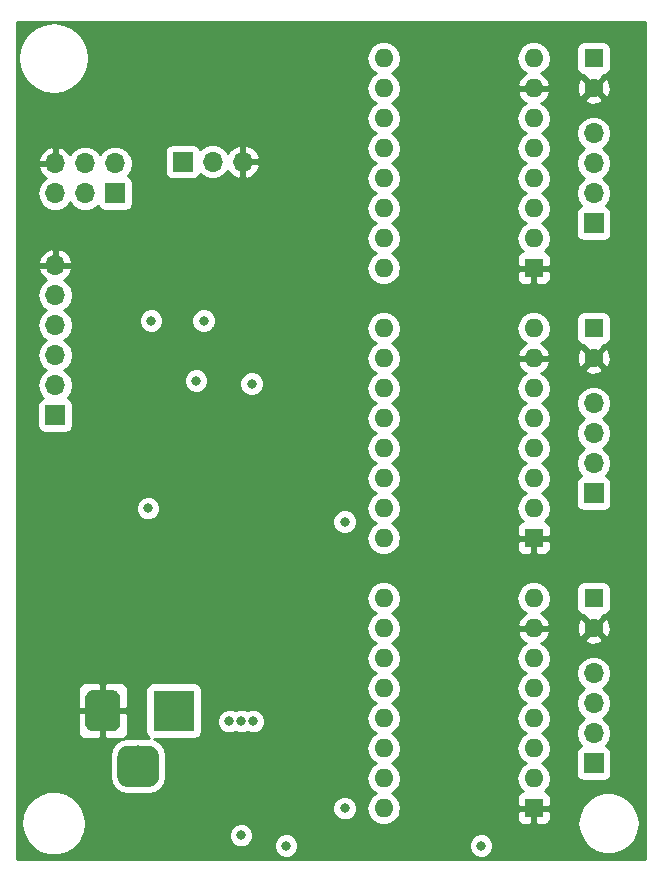
<source format=gbr>
G04 #@! TF.GenerationSoftware,KiCad,Pcbnew,(5.0.2-5-10.14)*
G04 #@! TF.CreationDate,2019-10-07T17:27:23-04:00*
G04 #@! TF.ProjectId,mobo,6d6f626f-2e6b-4696-9361-645f70636258,rev?*
G04 #@! TF.SameCoordinates,Original*
G04 #@! TF.FileFunction,Copper,L3,Inr*
G04 #@! TF.FilePolarity,Positive*
%FSLAX46Y46*%
G04 Gerber Fmt 4.6, Leading zero omitted, Abs format (unit mm)*
G04 Created by KiCad (PCBNEW (5.0.2-5-10.14)) date Monday, October 07, 2019 at 05:27:23 PM*
%MOMM*%
%LPD*%
G01*
G04 APERTURE LIST*
G04 #@! TA.AperFunction,ViaPad*
%ADD10R,1.600000X1.600000*%
G04 #@! TD*
G04 #@! TA.AperFunction,ViaPad*
%ADD11O,1.600000X1.600000*%
G04 #@! TD*
G04 #@! TA.AperFunction,ViaPad*
%ADD12C,1.600000*%
G04 #@! TD*
G04 #@! TA.AperFunction,ViaPad*
%ADD13R,1.700000X1.700000*%
G04 #@! TD*
G04 #@! TA.AperFunction,ViaPad*
%ADD14O,1.700000X1.700000*%
G04 #@! TD*
G04 #@! TA.AperFunction,ViaPad*
%ADD15R,3.500000X3.500000*%
G04 #@! TD*
G04 #@! TA.AperFunction,Conductor*
%ADD16C,0.100000*%
G04 #@! TD*
G04 #@! TA.AperFunction,ViaPad*
%ADD17C,3.000000*%
G04 #@! TD*
G04 #@! TA.AperFunction,ViaPad*
%ADD18C,3.500000*%
G04 #@! TD*
G04 #@! TA.AperFunction,ViaPad*
%ADD19C,0.800000*%
G04 #@! TD*
G04 #@! TA.AperFunction,Conductor*
%ADD20C,0.254000*%
G04 #@! TD*
G04 APERTURE END LIST*
D10*
G04 #@! TO.N,GND*
G04 #@! TO.C,A1*
X210820000Y-91440000D03*
D11*
G04 #@! TO.N,STP_EN*
X198120000Y-73660000D03*
G04 #@! TO.N,Net-(A1-Pad2)*
X210820000Y-88900000D03*
G04 #@! TO.N,Net-(A1-Pad10)*
X198120000Y-76200000D03*
G04 #@! TO.N,Net-(A1-Pad3)*
X210820000Y-86360000D03*
G04 #@! TO.N,Net-(A1-Pad11)*
X198120000Y-78740000D03*
G04 #@! TO.N,Net-(A1-Pad4)*
X210820000Y-83820000D03*
G04 #@! TO.N,Net-(A1-Pad12)*
X198120000Y-81280000D03*
G04 #@! TO.N,Net-(A1-Pad5)*
X210820000Y-81280000D03*
G04 #@! TO.N,+5V*
X198120000Y-83820000D03*
G04 #@! TO.N,Net-(A1-Pad6)*
X210820000Y-78740000D03*
G04 #@! TO.N,+5V*
X198120000Y-86360000D03*
G04 #@! TO.N,GND*
X210820000Y-76200000D03*
G04 #@! TO.N,V_STEP*
X198120000Y-88900000D03*
G04 #@! TO.N,+12V*
X210820000Y-73660000D03*
G04 #@! TO.N,V_DIR*
X198120000Y-91440000D03*
G04 #@! TD*
G04 #@! TO.N,U_DIR*
G04 #@! TO.C,A2*
X198120000Y-68580000D03*
G04 #@! TO.N,+12V*
X210820000Y-50800000D03*
G04 #@! TO.N,U_STEP*
X198120000Y-66040000D03*
G04 #@! TO.N,GND*
X210820000Y-53340000D03*
G04 #@! TO.N,+5V*
X198120000Y-63500000D03*
G04 #@! TO.N,Net-(A2-Pad6)*
X210820000Y-55880000D03*
G04 #@! TO.N,+5V*
X198120000Y-60960000D03*
G04 #@! TO.N,Net-(A2-Pad5)*
X210820000Y-58420000D03*
G04 #@! TO.N,Net-(A2-Pad12)*
X198120000Y-58420000D03*
G04 #@! TO.N,Net-(A2-Pad4)*
X210820000Y-60960000D03*
G04 #@! TO.N,Net-(A2-Pad11)*
X198120000Y-55880000D03*
G04 #@! TO.N,Net-(A2-Pad3)*
X210820000Y-63500000D03*
G04 #@! TO.N,Net-(A2-Pad10)*
X198120000Y-53340000D03*
G04 #@! TO.N,Net-(A2-Pad2)*
X210820000Y-66040000D03*
G04 #@! TO.N,STP_EN*
X198120000Y-50800000D03*
D10*
G04 #@! TO.N,GND*
X210820000Y-68580000D03*
G04 #@! TD*
G04 #@! TO.N,GND*
G04 #@! TO.C,A3*
X210820000Y-45720000D03*
D11*
G04 #@! TO.N,STP_EN*
X198120000Y-27940000D03*
G04 #@! TO.N,Net-(A3-Pad2)*
X210820000Y-43180000D03*
G04 #@! TO.N,Net-(A3-Pad10)*
X198120000Y-30480000D03*
G04 #@! TO.N,Net-(A3-Pad3)*
X210820000Y-40640000D03*
G04 #@! TO.N,Net-(A3-Pad11)*
X198120000Y-33020000D03*
G04 #@! TO.N,Net-(A3-Pad4)*
X210820000Y-38100000D03*
G04 #@! TO.N,Net-(A3-Pad12)*
X198120000Y-35560000D03*
G04 #@! TO.N,Net-(A3-Pad5)*
X210820000Y-35560000D03*
G04 #@! TO.N,+5V*
X198120000Y-38100000D03*
G04 #@! TO.N,Net-(A3-Pad6)*
X210820000Y-33020000D03*
G04 #@! TO.N,+5V*
X198120000Y-40640000D03*
G04 #@! TO.N,GND*
X210820000Y-30480000D03*
G04 #@! TO.N,X_STEP*
X198120000Y-43180000D03*
G04 #@! TO.N,+12V*
X210820000Y-27940000D03*
G04 #@! TO.N,X_DIR*
X198120000Y-45720000D03*
G04 #@! TD*
D10*
G04 #@! TO.N,+12V*
G04 #@! TO.C,C2*
X215900000Y-27940000D03*
D12*
G04 #@! TO.N,GND*
X215900000Y-30440000D03*
G04 #@! TD*
G04 #@! TO.N,GND*
G04 #@! TO.C,C3*
X215900000Y-76160000D03*
D10*
G04 #@! TO.N,+12V*
X215900000Y-73660000D03*
G04 #@! TD*
G04 #@! TO.N,+12V*
G04 #@! TO.C,C4*
X215900000Y-50800000D03*
D12*
G04 #@! TO.N,GND*
X215900000Y-53300000D03*
G04 #@! TD*
D13*
G04 #@! TO.N,RTS*
G04 #@! TO.C,J1*
X170307000Y-58166000D03*
D14*
G04 #@! TO.N,TX*
X170307000Y-55626000D03*
G04 #@! TO.N,RX*
X170307000Y-53086000D03*
G04 #@! TO.N,+5V*
X170307000Y-50546000D03*
G04 #@! TO.N,CTS*
X170307000Y-48006000D03*
G04 #@! TO.N,GND*
X170307000Y-45466000D03*
G04 #@! TD*
D15*
G04 #@! TO.N,+12V*
G04 #@! TO.C,J2*
X180340000Y-83185000D03*
D16*
G04 #@! TO.N,GND*
G36*
X175163513Y-81438611D02*
X175236318Y-81449411D01*
X175307714Y-81467295D01*
X175377013Y-81492090D01*
X175443548Y-81523559D01*
X175506678Y-81561398D01*
X175565795Y-81605242D01*
X175620330Y-81654670D01*
X175669758Y-81709205D01*
X175713602Y-81768322D01*
X175751441Y-81831452D01*
X175782910Y-81897987D01*
X175807705Y-81967286D01*
X175825589Y-82038682D01*
X175836389Y-82111487D01*
X175840000Y-82185000D01*
X175840000Y-84185000D01*
X175836389Y-84258513D01*
X175825589Y-84331318D01*
X175807705Y-84402714D01*
X175782910Y-84472013D01*
X175751441Y-84538548D01*
X175713602Y-84601678D01*
X175669758Y-84660795D01*
X175620330Y-84715330D01*
X175565795Y-84764758D01*
X175506678Y-84808602D01*
X175443548Y-84846441D01*
X175377013Y-84877910D01*
X175307714Y-84902705D01*
X175236318Y-84920589D01*
X175163513Y-84931389D01*
X175090000Y-84935000D01*
X173590000Y-84935000D01*
X173516487Y-84931389D01*
X173443682Y-84920589D01*
X173372286Y-84902705D01*
X173302987Y-84877910D01*
X173236452Y-84846441D01*
X173173322Y-84808602D01*
X173114205Y-84764758D01*
X173059670Y-84715330D01*
X173010242Y-84660795D01*
X172966398Y-84601678D01*
X172928559Y-84538548D01*
X172897090Y-84472013D01*
X172872295Y-84402714D01*
X172854411Y-84331318D01*
X172843611Y-84258513D01*
X172840000Y-84185000D01*
X172840000Y-82185000D01*
X172843611Y-82111487D01*
X172854411Y-82038682D01*
X172872295Y-81967286D01*
X172897090Y-81897987D01*
X172928559Y-81831452D01*
X172966398Y-81768322D01*
X173010242Y-81709205D01*
X173059670Y-81654670D01*
X173114205Y-81605242D01*
X173173322Y-81561398D01*
X173236452Y-81523559D01*
X173302987Y-81492090D01*
X173372286Y-81467295D01*
X173443682Y-81449411D01*
X173516487Y-81438611D01*
X173590000Y-81435000D01*
X175090000Y-81435000D01*
X175163513Y-81438611D01*
X175163513Y-81438611D01*
G37*
D17*
X174340000Y-83185000D03*
D16*
G04 #@! TO.N,N/C*
G36*
X178300765Y-86139213D02*
X178385704Y-86151813D01*
X178468999Y-86172677D01*
X178549848Y-86201605D01*
X178627472Y-86238319D01*
X178701124Y-86282464D01*
X178770094Y-86333616D01*
X178833718Y-86391282D01*
X178891384Y-86454906D01*
X178942536Y-86523876D01*
X178986681Y-86597528D01*
X179023395Y-86675152D01*
X179052323Y-86756001D01*
X179073187Y-86839296D01*
X179085787Y-86924235D01*
X179090000Y-87010000D01*
X179090000Y-88760000D01*
X179085787Y-88845765D01*
X179073187Y-88930704D01*
X179052323Y-89013999D01*
X179023395Y-89094848D01*
X178986681Y-89172472D01*
X178942536Y-89246124D01*
X178891384Y-89315094D01*
X178833718Y-89378718D01*
X178770094Y-89436384D01*
X178701124Y-89487536D01*
X178627472Y-89531681D01*
X178549848Y-89568395D01*
X178468999Y-89597323D01*
X178385704Y-89618187D01*
X178300765Y-89630787D01*
X178215000Y-89635000D01*
X176465000Y-89635000D01*
X176379235Y-89630787D01*
X176294296Y-89618187D01*
X176211001Y-89597323D01*
X176130152Y-89568395D01*
X176052528Y-89531681D01*
X175978876Y-89487536D01*
X175909906Y-89436384D01*
X175846282Y-89378718D01*
X175788616Y-89315094D01*
X175737464Y-89246124D01*
X175693319Y-89172472D01*
X175656605Y-89094848D01*
X175627677Y-89013999D01*
X175606813Y-88930704D01*
X175594213Y-88845765D01*
X175590000Y-88760000D01*
X175590000Y-87010000D01*
X175594213Y-86924235D01*
X175606813Y-86839296D01*
X175627677Y-86756001D01*
X175656605Y-86675152D01*
X175693319Y-86597528D01*
X175737464Y-86523876D01*
X175788616Y-86454906D01*
X175846282Y-86391282D01*
X175909906Y-86333616D01*
X175978876Y-86282464D01*
X176052528Y-86238319D01*
X176130152Y-86201605D01*
X176211001Y-86172677D01*
X176294296Y-86151813D01*
X176379235Y-86139213D01*
X176465000Y-86135000D01*
X178215000Y-86135000D01*
X178300765Y-86139213D01*
X178300765Y-86139213D01*
G37*
D18*
X177340000Y-87885000D03*
G04 #@! TD*
D13*
G04 #@! TO.N,MISO*
G04 #@! TO.C,J3*
X175387000Y-39370000D03*
D14*
G04 #@! TO.N,+5V*
X175387000Y-36830000D03*
G04 #@! TO.N,SCK*
X172847000Y-39370000D03*
G04 #@! TO.N,MOSI*
X172847000Y-36830000D03*
G04 #@! TO.N,RESET*
X170307000Y-39370000D03*
G04 #@! TO.N,GND*
X170307000Y-36830000D03*
G04 #@! TD*
D13*
G04 #@! TO.N,+5V*
G04 #@! TO.C,J4*
X181102000Y-36703000D03*
D14*
G04 #@! TO.N,MOSI*
X183642000Y-36703000D03*
G04 #@! TO.N,GND*
X186182000Y-36703000D03*
G04 #@! TD*
D13*
G04 #@! TO.N,Net-(A1-Pad3)*
G04 #@! TO.C,J5*
X215900000Y-87630000D03*
D14*
G04 #@! TO.N,Net-(A1-Pad4)*
X215900000Y-85090000D03*
G04 #@! TO.N,Net-(A1-Pad5)*
X215900000Y-82550000D03*
G04 #@! TO.N,Net-(A1-Pad6)*
X215900000Y-80010000D03*
G04 #@! TD*
G04 #@! TO.N,Net-(A2-Pad6)*
G04 #@! TO.C,J6*
X215900000Y-57150000D03*
G04 #@! TO.N,Net-(A2-Pad5)*
X215900000Y-59690000D03*
G04 #@! TO.N,Net-(A2-Pad4)*
X215900000Y-62230000D03*
D13*
G04 #@! TO.N,Net-(A2-Pad3)*
X215900000Y-64770000D03*
G04 #@! TD*
G04 #@! TO.N,Net-(A3-Pad3)*
G04 #@! TO.C,J7*
X215900000Y-41910000D03*
D14*
G04 #@! TO.N,Net-(A3-Pad4)*
X215900000Y-39370000D03*
G04 #@! TO.N,Net-(A3-Pad5)*
X215900000Y-36830000D03*
G04 #@! TO.N,Net-(A3-Pad6)*
X215900000Y-34290000D03*
G04 #@! TD*
D19*
G04 #@! TO.N,GND*
X180594000Y-58801000D03*
X183388000Y-63119000D03*
X179451000Y-45847000D03*
G04 #@! TO.N,+5V*
X182245000Y-55245000D03*
X182880000Y-50165000D03*
X186055000Y-84074000D03*
X185039000Y-84074000D03*
X187071000Y-84074000D03*
X186055000Y-93726000D03*
G04 #@! TO.N,+12V*
X189865000Y-94615000D03*
X206375000Y-94615000D03*
G04 #@! TO.N,V_DIR*
X194818000Y-67183000D03*
X194818000Y-91440000D03*
G04 #@! TO.N,U_STEP*
X178181000Y-66040000D03*
G04 #@! TO.N,X_STEP*
X178435000Y-50165000D03*
G04 #@! TO.N,X_DIR*
X186944000Y-55499000D03*
G04 #@! TD*
D20*
G04 #@! TO.N,GND*
G36*
X220245001Y-95785000D02*
X167105000Y-95785000D01*
X167105000Y-92743451D01*
X167442158Y-92743451D01*
X167561594Y-93510527D01*
X167891521Y-94213250D01*
X168405418Y-94795127D01*
X169061972Y-95209382D01*
X169808405Y-95422713D01*
X170584709Y-95417971D01*
X171328479Y-95195536D01*
X171979924Y-94773291D01*
X172486673Y-94185179D01*
X172789054Y-93520126D01*
X185020000Y-93520126D01*
X185020000Y-93931874D01*
X185177569Y-94312280D01*
X185468720Y-94603431D01*
X185849126Y-94761000D01*
X186260874Y-94761000D01*
X186641280Y-94603431D01*
X186835585Y-94409126D01*
X188830000Y-94409126D01*
X188830000Y-94820874D01*
X188987569Y-95201280D01*
X189278720Y-95492431D01*
X189659126Y-95650000D01*
X190070874Y-95650000D01*
X190451280Y-95492431D01*
X190742431Y-95201280D01*
X190900000Y-94820874D01*
X190900000Y-94409126D01*
X205340000Y-94409126D01*
X205340000Y-94820874D01*
X205497569Y-95201280D01*
X205788720Y-95492431D01*
X206169126Y-95650000D01*
X206580874Y-95650000D01*
X206961280Y-95492431D01*
X207252431Y-95201280D01*
X207410000Y-94820874D01*
X207410000Y-94409126D01*
X207252431Y-94028720D01*
X206961280Y-93737569D01*
X206580874Y-93580000D01*
X206169126Y-93580000D01*
X205788720Y-93737569D01*
X205497569Y-94028720D01*
X205340000Y-94409126D01*
X190900000Y-94409126D01*
X190742431Y-94028720D01*
X190451280Y-93737569D01*
X190070874Y-93580000D01*
X189659126Y-93580000D01*
X189278720Y-93737569D01*
X188987569Y-94028720D01*
X188830000Y-94409126D01*
X186835585Y-94409126D01*
X186932431Y-94312280D01*
X187090000Y-93931874D01*
X187090000Y-93520126D01*
X186932431Y-93139720D01*
X186641280Y-92848569D01*
X186260874Y-92691000D01*
X185849126Y-92691000D01*
X185468720Y-92848569D01*
X185177569Y-93139720D01*
X185020000Y-93520126D01*
X172789054Y-93520126D01*
X172807991Y-93478478D01*
X172918046Y-92710000D01*
X172917229Y-92643104D01*
X172788431Y-91877543D01*
X172476698Y-91234126D01*
X193783000Y-91234126D01*
X193783000Y-91645874D01*
X193940569Y-92026280D01*
X194231720Y-92317431D01*
X194612126Y-92475000D01*
X195023874Y-92475000D01*
X195404280Y-92317431D01*
X195695431Y-92026280D01*
X195853000Y-91645874D01*
X195853000Y-91234126D01*
X195695431Y-90853720D01*
X195404280Y-90562569D01*
X195023874Y-90405000D01*
X194612126Y-90405000D01*
X194231720Y-90562569D01*
X193940569Y-90853720D01*
X193783000Y-91234126D01*
X172476698Y-91234126D01*
X172449943Y-91178904D01*
X171928976Y-90603349D01*
X171267409Y-90197146D01*
X170518427Y-89992950D01*
X169742238Y-90007175D01*
X169001241Y-90238680D01*
X168355003Y-90668852D01*
X167855476Y-91263112D01*
X167542817Y-91973685D01*
X167442158Y-92743451D01*
X167105000Y-92743451D01*
X167105000Y-87010000D01*
X174942560Y-87010000D01*
X174942560Y-88760000D01*
X175058449Y-89342613D01*
X175388472Y-89836528D01*
X175882387Y-90166551D01*
X176465000Y-90282440D01*
X178215000Y-90282440D01*
X178797613Y-90166551D01*
X179291528Y-89836528D01*
X179621551Y-89342613D01*
X179737440Y-88760000D01*
X179737440Y-87010000D01*
X179621551Y-86427387D01*
X179291528Y-85933472D01*
X178797613Y-85603449D01*
X178691994Y-85582440D01*
X182090000Y-85582440D01*
X182337765Y-85533157D01*
X182547809Y-85392809D01*
X182688157Y-85182765D01*
X182737440Y-84935000D01*
X182737440Y-83868126D01*
X184004000Y-83868126D01*
X184004000Y-84279874D01*
X184161569Y-84660280D01*
X184452720Y-84951431D01*
X184833126Y-85109000D01*
X185244874Y-85109000D01*
X185547000Y-84983856D01*
X185849126Y-85109000D01*
X186260874Y-85109000D01*
X186563000Y-84983856D01*
X186865126Y-85109000D01*
X187276874Y-85109000D01*
X187657280Y-84951431D01*
X187948431Y-84660280D01*
X188106000Y-84279874D01*
X188106000Y-83868126D01*
X187948431Y-83487720D01*
X187657280Y-83196569D01*
X187276874Y-83039000D01*
X186865126Y-83039000D01*
X186563000Y-83164144D01*
X186260874Y-83039000D01*
X185849126Y-83039000D01*
X185547000Y-83164144D01*
X185244874Y-83039000D01*
X184833126Y-83039000D01*
X184452720Y-83196569D01*
X184161569Y-83487720D01*
X184004000Y-83868126D01*
X182737440Y-83868126D01*
X182737440Y-81435000D01*
X182688157Y-81187235D01*
X182547809Y-80977191D01*
X182337765Y-80836843D01*
X182090000Y-80787560D01*
X178590000Y-80787560D01*
X178342235Y-80836843D01*
X178132191Y-80977191D01*
X177991843Y-81187235D01*
X177942560Y-81435000D01*
X177942560Y-84935000D01*
X177991843Y-85182765D01*
X178132191Y-85392809D01*
X178299001Y-85504269D01*
X178215000Y-85487560D01*
X176465000Y-85487560D01*
X175882387Y-85603449D01*
X175388472Y-85933472D01*
X175058449Y-86427387D01*
X174942560Y-87010000D01*
X167105000Y-87010000D01*
X167105000Y-83470750D01*
X172205000Y-83470750D01*
X172205000Y-85061310D01*
X172301673Y-85294699D01*
X172480302Y-85473327D01*
X172713691Y-85570000D01*
X174054250Y-85570000D01*
X174213000Y-85411250D01*
X174213000Y-83312000D01*
X174467000Y-83312000D01*
X174467000Y-85411250D01*
X174625750Y-85570000D01*
X175966309Y-85570000D01*
X176199698Y-85473327D01*
X176378327Y-85294699D01*
X176475000Y-85061310D01*
X176475000Y-83470750D01*
X176316250Y-83312000D01*
X174467000Y-83312000D01*
X174213000Y-83312000D01*
X172363750Y-83312000D01*
X172205000Y-83470750D01*
X167105000Y-83470750D01*
X167105000Y-81308690D01*
X172205000Y-81308690D01*
X172205000Y-82899250D01*
X172363750Y-83058000D01*
X174213000Y-83058000D01*
X174213000Y-80958750D01*
X174467000Y-80958750D01*
X174467000Y-83058000D01*
X176316250Y-83058000D01*
X176475000Y-82899250D01*
X176475000Y-81308690D01*
X176378327Y-81075301D01*
X176199698Y-80896673D01*
X175966309Y-80800000D01*
X174625750Y-80800000D01*
X174467000Y-80958750D01*
X174213000Y-80958750D01*
X174054250Y-80800000D01*
X172713691Y-80800000D01*
X172480302Y-80896673D01*
X172301673Y-81075301D01*
X172205000Y-81308690D01*
X167105000Y-81308690D01*
X167105000Y-73660000D01*
X196656887Y-73660000D01*
X196768260Y-74219909D01*
X197085423Y-74694577D01*
X197437758Y-74930000D01*
X197085423Y-75165423D01*
X196768260Y-75640091D01*
X196656887Y-76200000D01*
X196768260Y-76759909D01*
X197085423Y-77234577D01*
X197437758Y-77470000D01*
X197085423Y-77705423D01*
X196768260Y-78180091D01*
X196656887Y-78740000D01*
X196768260Y-79299909D01*
X197085423Y-79774577D01*
X197437758Y-80010000D01*
X197085423Y-80245423D01*
X196768260Y-80720091D01*
X196656887Y-81280000D01*
X196768260Y-81839909D01*
X197085423Y-82314577D01*
X197437758Y-82550000D01*
X197085423Y-82785423D01*
X196768260Y-83260091D01*
X196656887Y-83820000D01*
X196768260Y-84379909D01*
X197085423Y-84854577D01*
X197437758Y-85090000D01*
X197085423Y-85325423D01*
X196768260Y-85800091D01*
X196656887Y-86360000D01*
X196768260Y-86919909D01*
X197085423Y-87394577D01*
X197437758Y-87630000D01*
X197085423Y-87865423D01*
X196768260Y-88340091D01*
X196656887Y-88900000D01*
X196768260Y-89459909D01*
X197085423Y-89934577D01*
X197437758Y-90170000D01*
X197085423Y-90405423D01*
X196768260Y-90880091D01*
X196656887Y-91440000D01*
X196768260Y-91999909D01*
X197085423Y-92474577D01*
X197560091Y-92791740D01*
X197978667Y-92875000D01*
X198261333Y-92875000D01*
X198679909Y-92791740D01*
X199154577Y-92474577D01*
X199471740Y-91999909D01*
X199526273Y-91725750D01*
X209385000Y-91725750D01*
X209385000Y-92366310D01*
X209481673Y-92599699D01*
X209660302Y-92778327D01*
X209893691Y-92875000D01*
X210534250Y-92875000D01*
X210693000Y-92716250D01*
X210693000Y-91567000D01*
X210947000Y-91567000D01*
X210947000Y-92716250D01*
X211105750Y-92875000D01*
X211746309Y-92875000D01*
X211979698Y-92778327D01*
X212015833Y-92742192D01*
X214535197Y-92742192D01*
X214650137Y-93480399D01*
X214967648Y-94156675D01*
X215462204Y-94716653D01*
X216094049Y-95115318D01*
X216812389Y-95320621D01*
X217559478Y-95316057D01*
X218275256Y-95101994D01*
X218902184Y-94695640D01*
X219389862Y-94129661D01*
X219699087Y-93449557D01*
X219805000Y-92710000D01*
X219804213Y-92645621D01*
X219680263Y-91908873D01*
X219354514Y-91236527D01*
X218853153Y-90682632D01*
X218216485Y-90291717D01*
X217495690Y-90095205D01*
X216748713Y-90108896D01*
X216035603Y-90331688D01*
X215413687Y-90745671D01*
X214932960Y-91317565D01*
X214632067Y-92001396D01*
X214535197Y-92742192D01*
X212015833Y-92742192D01*
X212158327Y-92599699D01*
X212255000Y-92366310D01*
X212255000Y-91725750D01*
X212096250Y-91567000D01*
X210947000Y-91567000D01*
X210693000Y-91567000D01*
X209543750Y-91567000D01*
X209385000Y-91725750D01*
X199526273Y-91725750D01*
X199583113Y-91440000D01*
X199471740Y-90880091D01*
X199154577Y-90405423D01*
X198802242Y-90170000D01*
X199154577Y-89934577D01*
X199471740Y-89459909D01*
X199583113Y-88900000D01*
X199471740Y-88340091D01*
X199154577Y-87865423D01*
X198802242Y-87630000D01*
X199154577Y-87394577D01*
X199471740Y-86919909D01*
X199583113Y-86360000D01*
X199471740Y-85800091D01*
X199154577Y-85325423D01*
X198802242Y-85090000D01*
X199154577Y-84854577D01*
X199471740Y-84379909D01*
X199583113Y-83820000D01*
X199471740Y-83260091D01*
X199154577Y-82785423D01*
X198802242Y-82550000D01*
X199154577Y-82314577D01*
X199471740Y-81839909D01*
X199583113Y-81280000D01*
X199471740Y-80720091D01*
X199154577Y-80245423D01*
X198802242Y-80010000D01*
X199154577Y-79774577D01*
X199471740Y-79299909D01*
X199583113Y-78740000D01*
X209356887Y-78740000D01*
X209468260Y-79299909D01*
X209785423Y-79774577D01*
X210137758Y-80010000D01*
X209785423Y-80245423D01*
X209468260Y-80720091D01*
X209356887Y-81280000D01*
X209468260Y-81839909D01*
X209785423Y-82314577D01*
X210137758Y-82550000D01*
X209785423Y-82785423D01*
X209468260Y-83260091D01*
X209356887Y-83820000D01*
X209468260Y-84379909D01*
X209785423Y-84854577D01*
X210137758Y-85090000D01*
X209785423Y-85325423D01*
X209468260Y-85800091D01*
X209356887Y-86360000D01*
X209468260Y-86919909D01*
X209785423Y-87394577D01*
X210137758Y-87630000D01*
X209785423Y-87865423D01*
X209468260Y-88340091D01*
X209356887Y-88900000D01*
X209468260Y-89459909D01*
X209785423Y-89934577D01*
X209891918Y-90005735D01*
X209660302Y-90101673D01*
X209481673Y-90280301D01*
X209385000Y-90513690D01*
X209385000Y-91154250D01*
X209543750Y-91313000D01*
X210693000Y-91313000D01*
X210693000Y-91293000D01*
X210947000Y-91293000D01*
X210947000Y-91313000D01*
X212096250Y-91313000D01*
X212255000Y-91154250D01*
X212255000Y-90513690D01*
X212158327Y-90280301D01*
X211979698Y-90101673D01*
X211748082Y-90005735D01*
X211854577Y-89934577D01*
X212171740Y-89459909D01*
X212283113Y-88900000D01*
X212171740Y-88340091D01*
X211854577Y-87865423D01*
X211502242Y-87630000D01*
X211854577Y-87394577D01*
X212171740Y-86919909D01*
X212283113Y-86360000D01*
X212171740Y-85800091D01*
X211854577Y-85325423D01*
X211502242Y-85090000D01*
X211854577Y-84854577D01*
X212171740Y-84379909D01*
X212283113Y-83820000D01*
X212171740Y-83260091D01*
X211854577Y-82785423D01*
X211502242Y-82550000D01*
X211854577Y-82314577D01*
X212171740Y-81839909D01*
X212283113Y-81280000D01*
X212171740Y-80720091D01*
X211854577Y-80245423D01*
X211502242Y-80010000D01*
X214385908Y-80010000D01*
X214501161Y-80589418D01*
X214829375Y-81080625D01*
X215127761Y-81280000D01*
X214829375Y-81479375D01*
X214501161Y-81970582D01*
X214385908Y-82550000D01*
X214501161Y-83129418D01*
X214829375Y-83620625D01*
X215127761Y-83820000D01*
X214829375Y-84019375D01*
X214501161Y-84510582D01*
X214385908Y-85090000D01*
X214501161Y-85669418D01*
X214829375Y-86160625D01*
X214847619Y-86172816D01*
X214802235Y-86181843D01*
X214592191Y-86322191D01*
X214451843Y-86532235D01*
X214402560Y-86780000D01*
X214402560Y-88480000D01*
X214451843Y-88727765D01*
X214592191Y-88937809D01*
X214802235Y-89078157D01*
X215050000Y-89127440D01*
X216750000Y-89127440D01*
X216997765Y-89078157D01*
X217207809Y-88937809D01*
X217348157Y-88727765D01*
X217397440Y-88480000D01*
X217397440Y-86780000D01*
X217348157Y-86532235D01*
X217207809Y-86322191D01*
X216997765Y-86181843D01*
X216952381Y-86172816D01*
X216970625Y-86160625D01*
X217298839Y-85669418D01*
X217414092Y-85090000D01*
X217298839Y-84510582D01*
X216970625Y-84019375D01*
X216672239Y-83820000D01*
X216970625Y-83620625D01*
X217298839Y-83129418D01*
X217414092Y-82550000D01*
X217298839Y-81970582D01*
X216970625Y-81479375D01*
X216672239Y-81280000D01*
X216970625Y-81080625D01*
X217298839Y-80589418D01*
X217414092Y-80010000D01*
X217298839Y-79430582D01*
X216970625Y-78939375D01*
X216479418Y-78611161D01*
X216046256Y-78525000D01*
X215753744Y-78525000D01*
X215320582Y-78611161D01*
X214829375Y-78939375D01*
X214501161Y-79430582D01*
X214385908Y-80010000D01*
X211502242Y-80010000D01*
X211854577Y-79774577D01*
X212171740Y-79299909D01*
X212283113Y-78740000D01*
X212171740Y-78180091D01*
X211854577Y-77705423D01*
X211470892Y-77449053D01*
X211675134Y-77352389D01*
X211842398Y-77167745D01*
X215071861Y-77167745D01*
X215145995Y-77413864D01*
X215683223Y-77606965D01*
X216253454Y-77579778D01*
X216654005Y-77413864D01*
X216728139Y-77167745D01*
X215900000Y-76339605D01*
X215071861Y-77167745D01*
X211842398Y-77167745D01*
X212051041Y-76937423D01*
X212211904Y-76549039D01*
X212089915Y-76327000D01*
X210947000Y-76327000D01*
X210947000Y-76347000D01*
X210693000Y-76347000D01*
X210693000Y-76327000D01*
X209550085Y-76327000D01*
X209428096Y-76549039D01*
X209588959Y-76937423D01*
X209964866Y-77352389D01*
X210169108Y-77449053D01*
X209785423Y-77705423D01*
X209468260Y-78180091D01*
X209356887Y-78740000D01*
X199583113Y-78740000D01*
X199471740Y-78180091D01*
X199154577Y-77705423D01*
X198802242Y-77470000D01*
X199154577Y-77234577D01*
X199471740Y-76759909D01*
X199583113Y-76200000D01*
X199471740Y-75640091D01*
X199154577Y-75165423D01*
X198802242Y-74930000D01*
X199154577Y-74694577D01*
X199471740Y-74219909D01*
X199583113Y-73660000D01*
X209356887Y-73660000D01*
X209468260Y-74219909D01*
X209785423Y-74694577D01*
X210169108Y-74950947D01*
X209964866Y-75047611D01*
X209588959Y-75462577D01*
X209428096Y-75850961D01*
X209550085Y-76073000D01*
X210693000Y-76073000D01*
X210693000Y-76053000D01*
X210947000Y-76053000D01*
X210947000Y-76073000D01*
X212089915Y-76073000D01*
X212161214Y-75943223D01*
X214453035Y-75943223D01*
X214480222Y-76513454D01*
X214646136Y-76914005D01*
X214892255Y-76988139D01*
X215720395Y-76160000D01*
X216079605Y-76160000D01*
X216907745Y-76988139D01*
X217153864Y-76914005D01*
X217346965Y-76376777D01*
X217319778Y-75806546D01*
X217153864Y-75405995D01*
X216907745Y-75331861D01*
X216079605Y-76160000D01*
X215720395Y-76160000D01*
X214892255Y-75331861D01*
X214646136Y-75405995D01*
X214453035Y-75943223D01*
X212161214Y-75943223D01*
X212211904Y-75850961D01*
X212051041Y-75462577D01*
X211675134Y-75047611D01*
X211470892Y-74950947D01*
X211854577Y-74694577D01*
X212171740Y-74219909D01*
X212283113Y-73660000D01*
X212171740Y-73100091D01*
X212011317Y-72860000D01*
X214452560Y-72860000D01*
X214452560Y-74460000D01*
X214501843Y-74707765D01*
X214642191Y-74917809D01*
X214852235Y-75058157D01*
X215086187Y-75104693D01*
X215071861Y-75152255D01*
X215900000Y-75980395D01*
X216728139Y-75152255D01*
X216713813Y-75104693D01*
X216947765Y-75058157D01*
X217157809Y-74917809D01*
X217298157Y-74707765D01*
X217347440Y-74460000D01*
X217347440Y-72860000D01*
X217298157Y-72612235D01*
X217157809Y-72402191D01*
X216947765Y-72261843D01*
X216700000Y-72212560D01*
X215100000Y-72212560D01*
X214852235Y-72261843D01*
X214642191Y-72402191D01*
X214501843Y-72612235D01*
X214452560Y-72860000D01*
X212011317Y-72860000D01*
X211854577Y-72625423D01*
X211379909Y-72308260D01*
X210961333Y-72225000D01*
X210678667Y-72225000D01*
X210260091Y-72308260D01*
X209785423Y-72625423D01*
X209468260Y-73100091D01*
X209356887Y-73660000D01*
X199583113Y-73660000D01*
X199471740Y-73100091D01*
X199154577Y-72625423D01*
X198679909Y-72308260D01*
X198261333Y-72225000D01*
X197978667Y-72225000D01*
X197560091Y-72308260D01*
X197085423Y-72625423D01*
X196768260Y-73100091D01*
X196656887Y-73660000D01*
X167105000Y-73660000D01*
X167105000Y-65834126D01*
X177146000Y-65834126D01*
X177146000Y-66245874D01*
X177303569Y-66626280D01*
X177594720Y-66917431D01*
X177975126Y-67075000D01*
X178386874Y-67075000D01*
X178623163Y-66977126D01*
X193783000Y-66977126D01*
X193783000Y-67388874D01*
X193940569Y-67769280D01*
X194231720Y-68060431D01*
X194612126Y-68218000D01*
X195023874Y-68218000D01*
X195404280Y-68060431D01*
X195695431Y-67769280D01*
X195853000Y-67388874D01*
X195853000Y-66977126D01*
X195695431Y-66596720D01*
X195404280Y-66305569D01*
X195023874Y-66148000D01*
X194612126Y-66148000D01*
X194231720Y-66305569D01*
X193940569Y-66596720D01*
X193783000Y-66977126D01*
X178623163Y-66977126D01*
X178767280Y-66917431D01*
X179058431Y-66626280D01*
X179216000Y-66245874D01*
X179216000Y-65834126D01*
X179058431Y-65453720D01*
X178767280Y-65162569D01*
X178386874Y-65005000D01*
X177975126Y-65005000D01*
X177594720Y-65162569D01*
X177303569Y-65453720D01*
X177146000Y-65834126D01*
X167105000Y-65834126D01*
X167105000Y-48006000D01*
X168792908Y-48006000D01*
X168908161Y-48585418D01*
X169236375Y-49076625D01*
X169534761Y-49276000D01*
X169236375Y-49475375D01*
X168908161Y-49966582D01*
X168792908Y-50546000D01*
X168908161Y-51125418D01*
X169236375Y-51616625D01*
X169534761Y-51816000D01*
X169236375Y-52015375D01*
X168908161Y-52506582D01*
X168792908Y-53086000D01*
X168908161Y-53665418D01*
X169236375Y-54156625D01*
X169534761Y-54356000D01*
X169236375Y-54555375D01*
X168908161Y-55046582D01*
X168792908Y-55626000D01*
X168908161Y-56205418D01*
X169236375Y-56696625D01*
X169254619Y-56708816D01*
X169209235Y-56717843D01*
X168999191Y-56858191D01*
X168858843Y-57068235D01*
X168809560Y-57316000D01*
X168809560Y-59016000D01*
X168858843Y-59263765D01*
X168999191Y-59473809D01*
X169209235Y-59614157D01*
X169457000Y-59663440D01*
X171157000Y-59663440D01*
X171404765Y-59614157D01*
X171614809Y-59473809D01*
X171755157Y-59263765D01*
X171804440Y-59016000D01*
X171804440Y-57316000D01*
X171755157Y-57068235D01*
X171614809Y-56858191D01*
X171404765Y-56717843D01*
X171359381Y-56708816D01*
X171377625Y-56696625D01*
X171705839Y-56205418D01*
X171821092Y-55626000D01*
X171705839Y-55046582D01*
X171700858Y-55039126D01*
X181210000Y-55039126D01*
X181210000Y-55450874D01*
X181367569Y-55831280D01*
X181658720Y-56122431D01*
X182039126Y-56280000D01*
X182450874Y-56280000D01*
X182831280Y-56122431D01*
X183122431Y-55831280D01*
X183280000Y-55450874D01*
X183280000Y-55293126D01*
X185909000Y-55293126D01*
X185909000Y-55704874D01*
X186066569Y-56085280D01*
X186357720Y-56376431D01*
X186738126Y-56534000D01*
X187149874Y-56534000D01*
X187530280Y-56376431D01*
X187821431Y-56085280D01*
X187979000Y-55704874D01*
X187979000Y-55293126D01*
X187821431Y-54912720D01*
X187530280Y-54621569D01*
X187149874Y-54464000D01*
X186738126Y-54464000D01*
X186357720Y-54621569D01*
X186066569Y-54912720D01*
X185909000Y-55293126D01*
X183280000Y-55293126D01*
X183280000Y-55039126D01*
X183122431Y-54658720D01*
X182831280Y-54367569D01*
X182450874Y-54210000D01*
X182039126Y-54210000D01*
X181658720Y-54367569D01*
X181367569Y-54658720D01*
X181210000Y-55039126D01*
X171700858Y-55039126D01*
X171377625Y-54555375D01*
X171079239Y-54356000D01*
X171377625Y-54156625D01*
X171705839Y-53665418D01*
X171821092Y-53086000D01*
X171705839Y-52506582D01*
X171377625Y-52015375D01*
X171079239Y-51816000D01*
X171377625Y-51616625D01*
X171705839Y-51125418D01*
X171821092Y-50546000D01*
X171705839Y-49966582D01*
X171700858Y-49959126D01*
X177400000Y-49959126D01*
X177400000Y-50370874D01*
X177557569Y-50751280D01*
X177848720Y-51042431D01*
X178229126Y-51200000D01*
X178640874Y-51200000D01*
X179021280Y-51042431D01*
X179312431Y-50751280D01*
X179470000Y-50370874D01*
X179470000Y-49959126D01*
X181845000Y-49959126D01*
X181845000Y-50370874D01*
X182002569Y-50751280D01*
X182293720Y-51042431D01*
X182674126Y-51200000D01*
X183085874Y-51200000D01*
X183466280Y-51042431D01*
X183708711Y-50800000D01*
X196656887Y-50800000D01*
X196768260Y-51359909D01*
X197085423Y-51834577D01*
X197437758Y-52070000D01*
X197085423Y-52305423D01*
X196768260Y-52780091D01*
X196656887Y-53340000D01*
X196768260Y-53899909D01*
X197085423Y-54374577D01*
X197437758Y-54610000D01*
X197085423Y-54845423D01*
X196768260Y-55320091D01*
X196656887Y-55880000D01*
X196768260Y-56439909D01*
X197085423Y-56914577D01*
X197437758Y-57150000D01*
X197085423Y-57385423D01*
X196768260Y-57860091D01*
X196656887Y-58420000D01*
X196768260Y-58979909D01*
X197085423Y-59454577D01*
X197437758Y-59690000D01*
X197085423Y-59925423D01*
X196768260Y-60400091D01*
X196656887Y-60960000D01*
X196768260Y-61519909D01*
X197085423Y-61994577D01*
X197437758Y-62230000D01*
X197085423Y-62465423D01*
X196768260Y-62940091D01*
X196656887Y-63500000D01*
X196768260Y-64059909D01*
X197085423Y-64534577D01*
X197437758Y-64770000D01*
X197085423Y-65005423D01*
X196768260Y-65480091D01*
X196656887Y-66040000D01*
X196768260Y-66599909D01*
X197085423Y-67074577D01*
X197437758Y-67310000D01*
X197085423Y-67545423D01*
X196768260Y-68020091D01*
X196656887Y-68580000D01*
X196768260Y-69139909D01*
X197085423Y-69614577D01*
X197560091Y-69931740D01*
X197978667Y-70015000D01*
X198261333Y-70015000D01*
X198679909Y-69931740D01*
X199154577Y-69614577D01*
X199471740Y-69139909D01*
X199526273Y-68865750D01*
X209385000Y-68865750D01*
X209385000Y-69506310D01*
X209481673Y-69739699D01*
X209660302Y-69918327D01*
X209893691Y-70015000D01*
X210534250Y-70015000D01*
X210693000Y-69856250D01*
X210693000Y-68707000D01*
X210947000Y-68707000D01*
X210947000Y-69856250D01*
X211105750Y-70015000D01*
X211746309Y-70015000D01*
X211979698Y-69918327D01*
X212158327Y-69739699D01*
X212255000Y-69506310D01*
X212255000Y-68865750D01*
X212096250Y-68707000D01*
X210947000Y-68707000D01*
X210693000Y-68707000D01*
X209543750Y-68707000D01*
X209385000Y-68865750D01*
X199526273Y-68865750D01*
X199583113Y-68580000D01*
X199471740Y-68020091D01*
X199154577Y-67545423D01*
X198802242Y-67310000D01*
X199154577Y-67074577D01*
X199471740Y-66599909D01*
X199583113Y-66040000D01*
X199471740Y-65480091D01*
X199154577Y-65005423D01*
X198802242Y-64770000D01*
X199154577Y-64534577D01*
X199471740Y-64059909D01*
X199583113Y-63500000D01*
X199471740Y-62940091D01*
X199154577Y-62465423D01*
X198802242Y-62230000D01*
X199154577Y-61994577D01*
X199471740Y-61519909D01*
X199583113Y-60960000D01*
X199471740Y-60400091D01*
X199154577Y-59925423D01*
X198802242Y-59690000D01*
X199154577Y-59454577D01*
X199471740Y-58979909D01*
X199583113Y-58420000D01*
X199471740Y-57860091D01*
X199154577Y-57385423D01*
X198802242Y-57150000D01*
X199154577Y-56914577D01*
X199471740Y-56439909D01*
X199583113Y-55880000D01*
X209356887Y-55880000D01*
X209468260Y-56439909D01*
X209785423Y-56914577D01*
X210137758Y-57150000D01*
X209785423Y-57385423D01*
X209468260Y-57860091D01*
X209356887Y-58420000D01*
X209468260Y-58979909D01*
X209785423Y-59454577D01*
X210137758Y-59690000D01*
X209785423Y-59925423D01*
X209468260Y-60400091D01*
X209356887Y-60960000D01*
X209468260Y-61519909D01*
X209785423Y-61994577D01*
X210137758Y-62230000D01*
X209785423Y-62465423D01*
X209468260Y-62940091D01*
X209356887Y-63500000D01*
X209468260Y-64059909D01*
X209785423Y-64534577D01*
X210137758Y-64770000D01*
X209785423Y-65005423D01*
X209468260Y-65480091D01*
X209356887Y-66040000D01*
X209468260Y-66599909D01*
X209785423Y-67074577D01*
X209891918Y-67145735D01*
X209660302Y-67241673D01*
X209481673Y-67420301D01*
X209385000Y-67653690D01*
X209385000Y-68294250D01*
X209543750Y-68453000D01*
X210693000Y-68453000D01*
X210693000Y-68433000D01*
X210947000Y-68433000D01*
X210947000Y-68453000D01*
X212096250Y-68453000D01*
X212255000Y-68294250D01*
X212255000Y-67653690D01*
X212158327Y-67420301D01*
X211979698Y-67241673D01*
X211748082Y-67145735D01*
X211854577Y-67074577D01*
X212171740Y-66599909D01*
X212283113Y-66040000D01*
X212171740Y-65480091D01*
X211854577Y-65005423D01*
X211502242Y-64770000D01*
X211854577Y-64534577D01*
X212171740Y-64059909D01*
X212283113Y-63500000D01*
X212171740Y-62940091D01*
X211854577Y-62465423D01*
X211502242Y-62230000D01*
X211854577Y-61994577D01*
X212171740Y-61519909D01*
X212283113Y-60960000D01*
X212171740Y-60400091D01*
X211854577Y-59925423D01*
X211502242Y-59690000D01*
X211854577Y-59454577D01*
X212171740Y-58979909D01*
X212283113Y-58420000D01*
X212171740Y-57860091D01*
X211854577Y-57385423D01*
X211502242Y-57150000D01*
X214385908Y-57150000D01*
X214501161Y-57729418D01*
X214829375Y-58220625D01*
X215127761Y-58420000D01*
X214829375Y-58619375D01*
X214501161Y-59110582D01*
X214385908Y-59690000D01*
X214501161Y-60269418D01*
X214829375Y-60760625D01*
X215127761Y-60960000D01*
X214829375Y-61159375D01*
X214501161Y-61650582D01*
X214385908Y-62230000D01*
X214501161Y-62809418D01*
X214829375Y-63300625D01*
X214847619Y-63312816D01*
X214802235Y-63321843D01*
X214592191Y-63462191D01*
X214451843Y-63672235D01*
X214402560Y-63920000D01*
X214402560Y-65620000D01*
X214451843Y-65867765D01*
X214592191Y-66077809D01*
X214802235Y-66218157D01*
X215050000Y-66267440D01*
X216750000Y-66267440D01*
X216997765Y-66218157D01*
X217207809Y-66077809D01*
X217348157Y-65867765D01*
X217397440Y-65620000D01*
X217397440Y-63920000D01*
X217348157Y-63672235D01*
X217207809Y-63462191D01*
X216997765Y-63321843D01*
X216952381Y-63312816D01*
X216970625Y-63300625D01*
X217298839Y-62809418D01*
X217414092Y-62230000D01*
X217298839Y-61650582D01*
X216970625Y-61159375D01*
X216672239Y-60960000D01*
X216970625Y-60760625D01*
X217298839Y-60269418D01*
X217414092Y-59690000D01*
X217298839Y-59110582D01*
X216970625Y-58619375D01*
X216672239Y-58420000D01*
X216970625Y-58220625D01*
X217298839Y-57729418D01*
X217414092Y-57150000D01*
X217298839Y-56570582D01*
X216970625Y-56079375D01*
X216479418Y-55751161D01*
X216046256Y-55665000D01*
X215753744Y-55665000D01*
X215320582Y-55751161D01*
X214829375Y-56079375D01*
X214501161Y-56570582D01*
X214385908Y-57150000D01*
X211502242Y-57150000D01*
X211854577Y-56914577D01*
X212171740Y-56439909D01*
X212283113Y-55880000D01*
X212171740Y-55320091D01*
X211854577Y-54845423D01*
X211470892Y-54589053D01*
X211675134Y-54492389D01*
X211842398Y-54307745D01*
X215071861Y-54307745D01*
X215145995Y-54553864D01*
X215683223Y-54746965D01*
X216253454Y-54719778D01*
X216654005Y-54553864D01*
X216728139Y-54307745D01*
X215900000Y-53479605D01*
X215071861Y-54307745D01*
X211842398Y-54307745D01*
X212051041Y-54077423D01*
X212211904Y-53689039D01*
X212089915Y-53467000D01*
X210947000Y-53467000D01*
X210947000Y-53487000D01*
X210693000Y-53487000D01*
X210693000Y-53467000D01*
X209550085Y-53467000D01*
X209428096Y-53689039D01*
X209588959Y-54077423D01*
X209964866Y-54492389D01*
X210169108Y-54589053D01*
X209785423Y-54845423D01*
X209468260Y-55320091D01*
X209356887Y-55880000D01*
X199583113Y-55880000D01*
X199471740Y-55320091D01*
X199154577Y-54845423D01*
X198802242Y-54610000D01*
X199154577Y-54374577D01*
X199471740Y-53899909D01*
X199583113Y-53340000D01*
X199471740Y-52780091D01*
X199154577Y-52305423D01*
X198802242Y-52070000D01*
X199154577Y-51834577D01*
X199471740Y-51359909D01*
X199583113Y-50800000D01*
X209356887Y-50800000D01*
X209468260Y-51359909D01*
X209785423Y-51834577D01*
X210169108Y-52090947D01*
X209964866Y-52187611D01*
X209588959Y-52602577D01*
X209428096Y-52990961D01*
X209550085Y-53213000D01*
X210693000Y-53213000D01*
X210693000Y-53193000D01*
X210947000Y-53193000D01*
X210947000Y-53213000D01*
X212089915Y-53213000D01*
X212161214Y-53083223D01*
X214453035Y-53083223D01*
X214480222Y-53653454D01*
X214646136Y-54054005D01*
X214892255Y-54128139D01*
X215720395Y-53300000D01*
X216079605Y-53300000D01*
X216907745Y-54128139D01*
X217153864Y-54054005D01*
X217346965Y-53516777D01*
X217319778Y-52946546D01*
X217153864Y-52545995D01*
X216907745Y-52471861D01*
X216079605Y-53300000D01*
X215720395Y-53300000D01*
X214892255Y-52471861D01*
X214646136Y-52545995D01*
X214453035Y-53083223D01*
X212161214Y-53083223D01*
X212211904Y-52990961D01*
X212051041Y-52602577D01*
X211675134Y-52187611D01*
X211470892Y-52090947D01*
X211854577Y-51834577D01*
X212171740Y-51359909D01*
X212283113Y-50800000D01*
X212171740Y-50240091D01*
X212011317Y-50000000D01*
X214452560Y-50000000D01*
X214452560Y-51600000D01*
X214501843Y-51847765D01*
X214642191Y-52057809D01*
X214852235Y-52198157D01*
X215086187Y-52244693D01*
X215071861Y-52292255D01*
X215900000Y-53120395D01*
X216728139Y-52292255D01*
X216713813Y-52244693D01*
X216947765Y-52198157D01*
X217157809Y-52057809D01*
X217298157Y-51847765D01*
X217347440Y-51600000D01*
X217347440Y-50000000D01*
X217298157Y-49752235D01*
X217157809Y-49542191D01*
X216947765Y-49401843D01*
X216700000Y-49352560D01*
X215100000Y-49352560D01*
X214852235Y-49401843D01*
X214642191Y-49542191D01*
X214501843Y-49752235D01*
X214452560Y-50000000D01*
X212011317Y-50000000D01*
X211854577Y-49765423D01*
X211379909Y-49448260D01*
X210961333Y-49365000D01*
X210678667Y-49365000D01*
X210260091Y-49448260D01*
X209785423Y-49765423D01*
X209468260Y-50240091D01*
X209356887Y-50800000D01*
X199583113Y-50800000D01*
X199471740Y-50240091D01*
X199154577Y-49765423D01*
X198679909Y-49448260D01*
X198261333Y-49365000D01*
X197978667Y-49365000D01*
X197560091Y-49448260D01*
X197085423Y-49765423D01*
X196768260Y-50240091D01*
X196656887Y-50800000D01*
X183708711Y-50800000D01*
X183757431Y-50751280D01*
X183915000Y-50370874D01*
X183915000Y-49959126D01*
X183757431Y-49578720D01*
X183466280Y-49287569D01*
X183085874Y-49130000D01*
X182674126Y-49130000D01*
X182293720Y-49287569D01*
X182002569Y-49578720D01*
X181845000Y-49959126D01*
X179470000Y-49959126D01*
X179312431Y-49578720D01*
X179021280Y-49287569D01*
X178640874Y-49130000D01*
X178229126Y-49130000D01*
X177848720Y-49287569D01*
X177557569Y-49578720D01*
X177400000Y-49959126D01*
X171700858Y-49959126D01*
X171377625Y-49475375D01*
X171079239Y-49276000D01*
X171377625Y-49076625D01*
X171705839Y-48585418D01*
X171821092Y-48006000D01*
X171705839Y-47426582D01*
X171377625Y-46935375D01*
X171058522Y-46722157D01*
X171188358Y-46661183D01*
X171578645Y-46232924D01*
X171748476Y-45822890D01*
X171627155Y-45593000D01*
X170434000Y-45593000D01*
X170434000Y-45613000D01*
X170180000Y-45613000D01*
X170180000Y-45593000D01*
X168986845Y-45593000D01*
X168865524Y-45822890D01*
X169035355Y-46232924D01*
X169425642Y-46661183D01*
X169555478Y-46722157D01*
X169236375Y-46935375D01*
X168908161Y-47426582D01*
X168792908Y-48006000D01*
X167105000Y-48006000D01*
X167105000Y-45109110D01*
X168865524Y-45109110D01*
X168986845Y-45339000D01*
X170180000Y-45339000D01*
X170180000Y-44145181D01*
X170434000Y-44145181D01*
X170434000Y-45339000D01*
X171627155Y-45339000D01*
X171748476Y-45109110D01*
X171578645Y-44699076D01*
X171188358Y-44270817D01*
X170663892Y-44024514D01*
X170434000Y-44145181D01*
X170180000Y-44145181D01*
X169950108Y-44024514D01*
X169425642Y-44270817D01*
X169035355Y-44699076D01*
X168865524Y-45109110D01*
X167105000Y-45109110D01*
X167105000Y-39370000D01*
X168792908Y-39370000D01*
X168908161Y-39949418D01*
X169236375Y-40440625D01*
X169727582Y-40768839D01*
X170160744Y-40855000D01*
X170453256Y-40855000D01*
X170886418Y-40768839D01*
X171377625Y-40440625D01*
X171577000Y-40142239D01*
X171776375Y-40440625D01*
X172267582Y-40768839D01*
X172700744Y-40855000D01*
X172993256Y-40855000D01*
X173426418Y-40768839D01*
X173917625Y-40440625D01*
X173929816Y-40422381D01*
X173938843Y-40467765D01*
X174079191Y-40677809D01*
X174289235Y-40818157D01*
X174537000Y-40867440D01*
X176237000Y-40867440D01*
X176484765Y-40818157D01*
X176694809Y-40677809D01*
X176835157Y-40467765D01*
X176884440Y-40220000D01*
X176884440Y-38520000D01*
X176835157Y-38272235D01*
X176694809Y-38062191D01*
X176484765Y-37921843D01*
X176439381Y-37912816D01*
X176457625Y-37900625D01*
X176785839Y-37409418D01*
X176901092Y-36830000D01*
X176785839Y-36250582D01*
X176520184Y-35853000D01*
X179604560Y-35853000D01*
X179604560Y-37553000D01*
X179653843Y-37800765D01*
X179794191Y-38010809D01*
X180004235Y-38151157D01*
X180252000Y-38200440D01*
X181952000Y-38200440D01*
X182199765Y-38151157D01*
X182409809Y-38010809D01*
X182550157Y-37800765D01*
X182559184Y-37755381D01*
X182571375Y-37773625D01*
X183062582Y-38101839D01*
X183495744Y-38188000D01*
X183788256Y-38188000D01*
X184221418Y-38101839D01*
X184712625Y-37773625D01*
X184925843Y-37454522D01*
X184986817Y-37584358D01*
X185415076Y-37974645D01*
X185825110Y-38144476D01*
X186055000Y-38023155D01*
X186055000Y-36830000D01*
X186309000Y-36830000D01*
X186309000Y-38023155D01*
X186538890Y-38144476D01*
X186948924Y-37974645D01*
X187377183Y-37584358D01*
X187623486Y-37059892D01*
X187502819Y-36830000D01*
X186309000Y-36830000D01*
X186055000Y-36830000D01*
X186035000Y-36830000D01*
X186035000Y-36576000D01*
X186055000Y-36576000D01*
X186055000Y-35382845D01*
X186309000Y-35382845D01*
X186309000Y-36576000D01*
X187502819Y-36576000D01*
X187623486Y-36346108D01*
X187377183Y-35821642D01*
X186948924Y-35431355D01*
X186538890Y-35261524D01*
X186309000Y-35382845D01*
X186055000Y-35382845D01*
X185825110Y-35261524D01*
X185415076Y-35431355D01*
X184986817Y-35821642D01*
X184925843Y-35951478D01*
X184712625Y-35632375D01*
X184221418Y-35304161D01*
X183788256Y-35218000D01*
X183495744Y-35218000D01*
X183062582Y-35304161D01*
X182571375Y-35632375D01*
X182559184Y-35650619D01*
X182550157Y-35605235D01*
X182409809Y-35395191D01*
X182199765Y-35254843D01*
X181952000Y-35205560D01*
X180252000Y-35205560D01*
X180004235Y-35254843D01*
X179794191Y-35395191D01*
X179653843Y-35605235D01*
X179604560Y-35853000D01*
X176520184Y-35853000D01*
X176457625Y-35759375D01*
X175966418Y-35431161D01*
X175533256Y-35345000D01*
X175240744Y-35345000D01*
X174807582Y-35431161D01*
X174316375Y-35759375D01*
X174117000Y-36057761D01*
X173917625Y-35759375D01*
X173426418Y-35431161D01*
X172993256Y-35345000D01*
X172700744Y-35345000D01*
X172267582Y-35431161D01*
X171776375Y-35759375D01*
X171563157Y-36078478D01*
X171502183Y-35948642D01*
X171073924Y-35558355D01*
X170663890Y-35388524D01*
X170434000Y-35509845D01*
X170434000Y-36703000D01*
X170454000Y-36703000D01*
X170454000Y-36957000D01*
X170434000Y-36957000D01*
X170434000Y-36977000D01*
X170180000Y-36977000D01*
X170180000Y-36957000D01*
X168986181Y-36957000D01*
X168865514Y-37186892D01*
X169111817Y-37711358D01*
X169536786Y-38098647D01*
X169236375Y-38299375D01*
X168908161Y-38790582D01*
X168792908Y-39370000D01*
X167105000Y-39370000D01*
X167105000Y-36473108D01*
X168865514Y-36473108D01*
X168986181Y-36703000D01*
X170180000Y-36703000D01*
X170180000Y-35509845D01*
X169950110Y-35388524D01*
X169540076Y-35558355D01*
X169111817Y-35948642D01*
X168865514Y-36473108D01*
X167105000Y-36473108D01*
X167105000Y-27940000D01*
X167160475Y-27940000D01*
X167263363Y-28721511D01*
X167565015Y-29449762D01*
X168044873Y-30075127D01*
X168670237Y-30554985D01*
X169398489Y-30856637D01*
X170180000Y-30959525D01*
X170961511Y-30856637D01*
X171689763Y-30554985D01*
X172315127Y-30075127D01*
X172794985Y-29449762D01*
X173096637Y-28721511D01*
X173199525Y-27940000D01*
X196656887Y-27940000D01*
X196768260Y-28499909D01*
X197085423Y-28974577D01*
X197437758Y-29210000D01*
X197085423Y-29445423D01*
X196768260Y-29920091D01*
X196656887Y-30480000D01*
X196768260Y-31039909D01*
X197085423Y-31514577D01*
X197437758Y-31750000D01*
X197085423Y-31985423D01*
X196768260Y-32460091D01*
X196656887Y-33020000D01*
X196768260Y-33579909D01*
X197085423Y-34054577D01*
X197437758Y-34290000D01*
X197085423Y-34525423D01*
X196768260Y-35000091D01*
X196656887Y-35560000D01*
X196768260Y-36119909D01*
X197085423Y-36594577D01*
X197437758Y-36830000D01*
X197085423Y-37065423D01*
X196768260Y-37540091D01*
X196656887Y-38100000D01*
X196768260Y-38659909D01*
X197085423Y-39134577D01*
X197437758Y-39370000D01*
X197085423Y-39605423D01*
X196768260Y-40080091D01*
X196656887Y-40640000D01*
X196768260Y-41199909D01*
X197085423Y-41674577D01*
X197437758Y-41910000D01*
X197085423Y-42145423D01*
X196768260Y-42620091D01*
X196656887Y-43180000D01*
X196768260Y-43739909D01*
X197085423Y-44214577D01*
X197437758Y-44450000D01*
X197085423Y-44685423D01*
X196768260Y-45160091D01*
X196656887Y-45720000D01*
X196768260Y-46279909D01*
X197085423Y-46754577D01*
X197560091Y-47071740D01*
X197978667Y-47155000D01*
X198261333Y-47155000D01*
X198679909Y-47071740D01*
X199154577Y-46754577D01*
X199471740Y-46279909D01*
X199526273Y-46005750D01*
X209385000Y-46005750D01*
X209385000Y-46646310D01*
X209481673Y-46879699D01*
X209660302Y-47058327D01*
X209893691Y-47155000D01*
X210534250Y-47155000D01*
X210693000Y-46996250D01*
X210693000Y-45847000D01*
X210947000Y-45847000D01*
X210947000Y-46996250D01*
X211105750Y-47155000D01*
X211746309Y-47155000D01*
X211979698Y-47058327D01*
X212158327Y-46879699D01*
X212255000Y-46646310D01*
X212255000Y-46005750D01*
X212096250Y-45847000D01*
X210947000Y-45847000D01*
X210693000Y-45847000D01*
X209543750Y-45847000D01*
X209385000Y-46005750D01*
X199526273Y-46005750D01*
X199583113Y-45720000D01*
X199471740Y-45160091D01*
X199154577Y-44685423D01*
X198802242Y-44450000D01*
X199154577Y-44214577D01*
X199471740Y-43739909D01*
X199583113Y-43180000D01*
X199471740Y-42620091D01*
X199154577Y-42145423D01*
X198802242Y-41910000D01*
X199154577Y-41674577D01*
X199471740Y-41199909D01*
X199583113Y-40640000D01*
X199471740Y-40080091D01*
X199154577Y-39605423D01*
X198802242Y-39370000D01*
X199154577Y-39134577D01*
X199471740Y-38659909D01*
X199583113Y-38100000D01*
X199471740Y-37540091D01*
X199154577Y-37065423D01*
X198802242Y-36830000D01*
X199154577Y-36594577D01*
X199471740Y-36119909D01*
X199583113Y-35560000D01*
X199471740Y-35000091D01*
X199154577Y-34525423D01*
X198802242Y-34290000D01*
X199154577Y-34054577D01*
X199471740Y-33579909D01*
X199583113Y-33020000D01*
X209356887Y-33020000D01*
X209468260Y-33579909D01*
X209785423Y-34054577D01*
X210137758Y-34290000D01*
X209785423Y-34525423D01*
X209468260Y-35000091D01*
X209356887Y-35560000D01*
X209468260Y-36119909D01*
X209785423Y-36594577D01*
X210137758Y-36830000D01*
X209785423Y-37065423D01*
X209468260Y-37540091D01*
X209356887Y-38100000D01*
X209468260Y-38659909D01*
X209785423Y-39134577D01*
X210137758Y-39370000D01*
X209785423Y-39605423D01*
X209468260Y-40080091D01*
X209356887Y-40640000D01*
X209468260Y-41199909D01*
X209785423Y-41674577D01*
X210137758Y-41910000D01*
X209785423Y-42145423D01*
X209468260Y-42620091D01*
X209356887Y-43180000D01*
X209468260Y-43739909D01*
X209785423Y-44214577D01*
X209891918Y-44285735D01*
X209660302Y-44381673D01*
X209481673Y-44560301D01*
X209385000Y-44793690D01*
X209385000Y-45434250D01*
X209543750Y-45593000D01*
X210693000Y-45593000D01*
X210693000Y-45573000D01*
X210947000Y-45573000D01*
X210947000Y-45593000D01*
X212096250Y-45593000D01*
X212255000Y-45434250D01*
X212255000Y-44793690D01*
X212158327Y-44560301D01*
X211979698Y-44381673D01*
X211748082Y-44285735D01*
X211854577Y-44214577D01*
X212171740Y-43739909D01*
X212283113Y-43180000D01*
X212171740Y-42620091D01*
X211854577Y-42145423D01*
X211502242Y-41910000D01*
X211854577Y-41674577D01*
X212171740Y-41199909D01*
X212283113Y-40640000D01*
X212171740Y-40080091D01*
X211854577Y-39605423D01*
X211502242Y-39370000D01*
X211854577Y-39134577D01*
X212171740Y-38659909D01*
X212283113Y-38100000D01*
X212171740Y-37540091D01*
X211854577Y-37065423D01*
X211502242Y-36830000D01*
X211854577Y-36594577D01*
X212171740Y-36119909D01*
X212283113Y-35560000D01*
X212171740Y-35000091D01*
X211854577Y-34525423D01*
X211502242Y-34290000D01*
X214385908Y-34290000D01*
X214501161Y-34869418D01*
X214829375Y-35360625D01*
X215127761Y-35560000D01*
X214829375Y-35759375D01*
X214501161Y-36250582D01*
X214385908Y-36830000D01*
X214501161Y-37409418D01*
X214829375Y-37900625D01*
X215127761Y-38100000D01*
X214829375Y-38299375D01*
X214501161Y-38790582D01*
X214385908Y-39370000D01*
X214501161Y-39949418D01*
X214829375Y-40440625D01*
X214847619Y-40452816D01*
X214802235Y-40461843D01*
X214592191Y-40602191D01*
X214451843Y-40812235D01*
X214402560Y-41060000D01*
X214402560Y-42760000D01*
X214451843Y-43007765D01*
X214592191Y-43217809D01*
X214802235Y-43358157D01*
X215050000Y-43407440D01*
X216750000Y-43407440D01*
X216997765Y-43358157D01*
X217207809Y-43217809D01*
X217348157Y-43007765D01*
X217397440Y-42760000D01*
X217397440Y-41060000D01*
X217348157Y-40812235D01*
X217207809Y-40602191D01*
X216997765Y-40461843D01*
X216952381Y-40452816D01*
X216970625Y-40440625D01*
X217298839Y-39949418D01*
X217414092Y-39370000D01*
X217298839Y-38790582D01*
X216970625Y-38299375D01*
X216672239Y-38100000D01*
X216970625Y-37900625D01*
X217298839Y-37409418D01*
X217414092Y-36830000D01*
X217298839Y-36250582D01*
X216970625Y-35759375D01*
X216672239Y-35560000D01*
X216970625Y-35360625D01*
X217298839Y-34869418D01*
X217414092Y-34290000D01*
X217298839Y-33710582D01*
X216970625Y-33219375D01*
X216479418Y-32891161D01*
X216046256Y-32805000D01*
X215753744Y-32805000D01*
X215320582Y-32891161D01*
X214829375Y-33219375D01*
X214501161Y-33710582D01*
X214385908Y-34290000D01*
X211502242Y-34290000D01*
X211854577Y-34054577D01*
X212171740Y-33579909D01*
X212283113Y-33020000D01*
X212171740Y-32460091D01*
X211854577Y-31985423D01*
X211470892Y-31729053D01*
X211675134Y-31632389D01*
X211842398Y-31447745D01*
X215071861Y-31447745D01*
X215145995Y-31693864D01*
X215683223Y-31886965D01*
X216253454Y-31859778D01*
X216654005Y-31693864D01*
X216728139Y-31447745D01*
X215900000Y-30619605D01*
X215071861Y-31447745D01*
X211842398Y-31447745D01*
X212051041Y-31217423D01*
X212211904Y-30829039D01*
X212089915Y-30607000D01*
X210947000Y-30607000D01*
X210947000Y-30627000D01*
X210693000Y-30627000D01*
X210693000Y-30607000D01*
X209550085Y-30607000D01*
X209428096Y-30829039D01*
X209588959Y-31217423D01*
X209964866Y-31632389D01*
X210169108Y-31729053D01*
X209785423Y-31985423D01*
X209468260Y-32460091D01*
X209356887Y-33020000D01*
X199583113Y-33020000D01*
X199471740Y-32460091D01*
X199154577Y-31985423D01*
X198802242Y-31750000D01*
X199154577Y-31514577D01*
X199471740Y-31039909D01*
X199583113Y-30480000D01*
X199471740Y-29920091D01*
X199154577Y-29445423D01*
X198802242Y-29210000D01*
X199154577Y-28974577D01*
X199471740Y-28499909D01*
X199583113Y-27940000D01*
X209356887Y-27940000D01*
X209468260Y-28499909D01*
X209785423Y-28974577D01*
X210169108Y-29230947D01*
X209964866Y-29327611D01*
X209588959Y-29742577D01*
X209428096Y-30130961D01*
X209550085Y-30353000D01*
X210693000Y-30353000D01*
X210693000Y-30333000D01*
X210947000Y-30333000D01*
X210947000Y-30353000D01*
X212089915Y-30353000D01*
X212161214Y-30223223D01*
X214453035Y-30223223D01*
X214480222Y-30793454D01*
X214646136Y-31194005D01*
X214892255Y-31268139D01*
X215720395Y-30440000D01*
X216079605Y-30440000D01*
X216907745Y-31268139D01*
X217153864Y-31194005D01*
X217346965Y-30656777D01*
X217319778Y-30086546D01*
X217153864Y-29685995D01*
X216907745Y-29611861D01*
X216079605Y-30440000D01*
X215720395Y-30440000D01*
X214892255Y-29611861D01*
X214646136Y-29685995D01*
X214453035Y-30223223D01*
X212161214Y-30223223D01*
X212211904Y-30130961D01*
X212051041Y-29742577D01*
X211675134Y-29327611D01*
X211470892Y-29230947D01*
X211854577Y-28974577D01*
X212171740Y-28499909D01*
X212283113Y-27940000D01*
X212171740Y-27380091D01*
X212011317Y-27140000D01*
X214452560Y-27140000D01*
X214452560Y-28740000D01*
X214501843Y-28987765D01*
X214642191Y-29197809D01*
X214852235Y-29338157D01*
X215086187Y-29384693D01*
X215071861Y-29432255D01*
X215900000Y-30260395D01*
X216728139Y-29432255D01*
X216713813Y-29384693D01*
X216947765Y-29338157D01*
X217157809Y-29197809D01*
X217298157Y-28987765D01*
X217347440Y-28740000D01*
X217347440Y-27140000D01*
X217298157Y-26892235D01*
X217157809Y-26682191D01*
X216947765Y-26541843D01*
X216700000Y-26492560D01*
X215100000Y-26492560D01*
X214852235Y-26541843D01*
X214642191Y-26682191D01*
X214501843Y-26892235D01*
X214452560Y-27140000D01*
X212011317Y-27140000D01*
X211854577Y-26905423D01*
X211379909Y-26588260D01*
X210961333Y-26505000D01*
X210678667Y-26505000D01*
X210260091Y-26588260D01*
X209785423Y-26905423D01*
X209468260Y-27380091D01*
X209356887Y-27940000D01*
X199583113Y-27940000D01*
X199471740Y-27380091D01*
X199154577Y-26905423D01*
X198679909Y-26588260D01*
X198261333Y-26505000D01*
X197978667Y-26505000D01*
X197560091Y-26588260D01*
X197085423Y-26905423D01*
X196768260Y-27380091D01*
X196656887Y-27940000D01*
X173199525Y-27940000D01*
X173096637Y-27158489D01*
X172794985Y-26430238D01*
X172315127Y-25804873D01*
X171689763Y-25325015D01*
X170961511Y-25023363D01*
X170180000Y-24920475D01*
X169398489Y-25023363D01*
X168670238Y-25325015D01*
X168044873Y-25804873D01*
X167565015Y-26430238D01*
X167263363Y-27158489D01*
X167160475Y-27940000D01*
X167105000Y-27940000D01*
X167105000Y-24865000D01*
X220245000Y-24865000D01*
X220245001Y-95785000D01*
X220245001Y-95785000D01*
G37*
X220245001Y-95785000D02*
X167105000Y-95785000D01*
X167105000Y-92743451D01*
X167442158Y-92743451D01*
X167561594Y-93510527D01*
X167891521Y-94213250D01*
X168405418Y-94795127D01*
X169061972Y-95209382D01*
X169808405Y-95422713D01*
X170584709Y-95417971D01*
X171328479Y-95195536D01*
X171979924Y-94773291D01*
X172486673Y-94185179D01*
X172789054Y-93520126D01*
X185020000Y-93520126D01*
X185020000Y-93931874D01*
X185177569Y-94312280D01*
X185468720Y-94603431D01*
X185849126Y-94761000D01*
X186260874Y-94761000D01*
X186641280Y-94603431D01*
X186835585Y-94409126D01*
X188830000Y-94409126D01*
X188830000Y-94820874D01*
X188987569Y-95201280D01*
X189278720Y-95492431D01*
X189659126Y-95650000D01*
X190070874Y-95650000D01*
X190451280Y-95492431D01*
X190742431Y-95201280D01*
X190900000Y-94820874D01*
X190900000Y-94409126D01*
X205340000Y-94409126D01*
X205340000Y-94820874D01*
X205497569Y-95201280D01*
X205788720Y-95492431D01*
X206169126Y-95650000D01*
X206580874Y-95650000D01*
X206961280Y-95492431D01*
X207252431Y-95201280D01*
X207410000Y-94820874D01*
X207410000Y-94409126D01*
X207252431Y-94028720D01*
X206961280Y-93737569D01*
X206580874Y-93580000D01*
X206169126Y-93580000D01*
X205788720Y-93737569D01*
X205497569Y-94028720D01*
X205340000Y-94409126D01*
X190900000Y-94409126D01*
X190742431Y-94028720D01*
X190451280Y-93737569D01*
X190070874Y-93580000D01*
X189659126Y-93580000D01*
X189278720Y-93737569D01*
X188987569Y-94028720D01*
X188830000Y-94409126D01*
X186835585Y-94409126D01*
X186932431Y-94312280D01*
X187090000Y-93931874D01*
X187090000Y-93520126D01*
X186932431Y-93139720D01*
X186641280Y-92848569D01*
X186260874Y-92691000D01*
X185849126Y-92691000D01*
X185468720Y-92848569D01*
X185177569Y-93139720D01*
X185020000Y-93520126D01*
X172789054Y-93520126D01*
X172807991Y-93478478D01*
X172918046Y-92710000D01*
X172917229Y-92643104D01*
X172788431Y-91877543D01*
X172476698Y-91234126D01*
X193783000Y-91234126D01*
X193783000Y-91645874D01*
X193940569Y-92026280D01*
X194231720Y-92317431D01*
X194612126Y-92475000D01*
X195023874Y-92475000D01*
X195404280Y-92317431D01*
X195695431Y-92026280D01*
X195853000Y-91645874D01*
X195853000Y-91234126D01*
X195695431Y-90853720D01*
X195404280Y-90562569D01*
X195023874Y-90405000D01*
X194612126Y-90405000D01*
X194231720Y-90562569D01*
X193940569Y-90853720D01*
X193783000Y-91234126D01*
X172476698Y-91234126D01*
X172449943Y-91178904D01*
X171928976Y-90603349D01*
X171267409Y-90197146D01*
X170518427Y-89992950D01*
X169742238Y-90007175D01*
X169001241Y-90238680D01*
X168355003Y-90668852D01*
X167855476Y-91263112D01*
X167542817Y-91973685D01*
X167442158Y-92743451D01*
X167105000Y-92743451D01*
X167105000Y-87010000D01*
X174942560Y-87010000D01*
X174942560Y-88760000D01*
X175058449Y-89342613D01*
X175388472Y-89836528D01*
X175882387Y-90166551D01*
X176465000Y-90282440D01*
X178215000Y-90282440D01*
X178797613Y-90166551D01*
X179291528Y-89836528D01*
X179621551Y-89342613D01*
X179737440Y-88760000D01*
X179737440Y-87010000D01*
X179621551Y-86427387D01*
X179291528Y-85933472D01*
X178797613Y-85603449D01*
X178691994Y-85582440D01*
X182090000Y-85582440D01*
X182337765Y-85533157D01*
X182547809Y-85392809D01*
X182688157Y-85182765D01*
X182737440Y-84935000D01*
X182737440Y-83868126D01*
X184004000Y-83868126D01*
X184004000Y-84279874D01*
X184161569Y-84660280D01*
X184452720Y-84951431D01*
X184833126Y-85109000D01*
X185244874Y-85109000D01*
X185547000Y-84983856D01*
X185849126Y-85109000D01*
X186260874Y-85109000D01*
X186563000Y-84983856D01*
X186865126Y-85109000D01*
X187276874Y-85109000D01*
X187657280Y-84951431D01*
X187948431Y-84660280D01*
X188106000Y-84279874D01*
X188106000Y-83868126D01*
X187948431Y-83487720D01*
X187657280Y-83196569D01*
X187276874Y-83039000D01*
X186865126Y-83039000D01*
X186563000Y-83164144D01*
X186260874Y-83039000D01*
X185849126Y-83039000D01*
X185547000Y-83164144D01*
X185244874Y-83039000D01*
X184833126Y-83039000D01*
X184452720Y-83196569D01*
X184161569Y-83487720D01*
X184004000Y-83868126D01*
X182737440Y-83868126D01*
X182737440Y-81435000D01*
X182688157Y-81187235D01*
X182547809Y-80977191D01*
X182337765Y-80836843D01*
X182090000Y-80787560D01*
X178590000Y-80787560D01*
X178342235Y-80836843D01*
X178132191Y-80977191D01*
X177991843Y-81187235D01*
X177942560Y-81435000D01*
X177942560Y-84935000D01*
X177991843Y-85182765D01*
X178132191Y-85392809D01*
X178299001Y-85504269D01*
X178215000Y-85487560D01*
X176465000Y-85487560D01*
X175882387Y-85603449D01*
X175388472Y-85933472D01*
X175058449Y-86427387D01*
X174942560Y-87010000D01*
X167105000Y-87010000D01*
X167105000Y-83470750D01*
X172205000Y-83470750D01*
X172205000Y-85061310D01*
X172301673Y-85294699D01*
X172480302Y-85473327D01*
X172713691Y-85570000D01*
X174054250Y-85570000D01*
X174213000Y-85411250D01*
X174213000Y-83312000D01*
X174467000Y-83312000D01*
X174467000Y-85411250D01*
X174625750Y-85570000D01*
X175966309Y-85570000D01*
X176199698Y-85473327D01*
X176378327Y-85294699D01*
X176475000Y-85061310D01*
X176475000Y-83470750D01*
X176316250Y-83312000D01*
X174467000Y-83312000D01*
X174213000Y-83312000D01*
X172363750Y-83312000D01*
X172205000Y-83470750D01*
X167105000Y-83470750D01*
X167105000Y-81308690D01*
X172205000Y-81308690D01*
X172205000Y-82899250D01*
X172363750Y-83058000D01*
X174213000Y-83058000D01*
X174213000Y-80958750D01*
X174467000Y-80958750D01*
X174467000Y-83058000D01*
X176316250Y-83058000D01*
X176475000Y-82899250D01*
X176475000Y-81308690D01*
X176378327Y-81075301D01*
X176199698Y-80896673D01*
X175966309Y-80800000D01*
X174625750Y-80800000D01*
X174467000Y-80958750D01*
X174213000Y-80958750D01*
X174054250Y-80800000D01*
X172713691Y-80800000D01*
X172480302Y-80896673D01*
X172301673Y-81075301D01*
X172205000Y-81308690D01*
X167105000Y-81308690D01*
X167105000Y-73660000D01*
X196656887Y-73660000D01*
X196768260Y-74219909D01*
X197085423Y-74694577D01*
X197437758Y-74930000D01*
X197085423Y-75165423D01*
X196768260Y-75640091D01*
X196656887Y-76200000D01*
X196768260Y-76759909D01*
X197085423Y-77234577D01*
X197437758Y-77470000D01*
X197085423Y-77705423D01*
X196768260Y-78180091D01*
X196656887Y-78740000D01*
X196768260Y-79299909D01*
X197085423Y-79774577D01*
X197437758Y-80010000D01*
X197085423Y-80245423D01*
X196768260Y-80720091D01*
X196656887Y-81280000D01*
X196768260Y-81839909D01*
X197085423Y-82314577D01*
X197437758Y-82550000D01*
X197085423Y-82785423D01*
X196768260Y-83260091D01*
X196656887Y-83820000D01*
X196768260Y-84379909D01*
X197085423Y-84854577D01*
X197437758Y-85090000D01*
X197085423Y-85325423D01*
X196768260Y-85800091D01*
X196656887Y-86360000D01*
X196768260Y-86919909D01*
X197085423Y-87394577D01*
X197437758Y-87630000D01*
X197085423Y-87865423D01*
X196768260Y-88340091D01*
X196656887Y-88900000D01*
X196768260Y-89459909D01*
X197085423Y-89934577D01*
X197437758Y-90170000D01*
X197085423Y-90405423D01*
X196768260Y-90880091D01*
X196656887Y-91440000D01*
X196768260Y-91999909D01*
X197085423Y-92474577D01*
X197560091Y-92791740D01*
X197978667Y-92875000D01*
X198261333Y-92875000D01*
X198679909Y-92791740D01*
X199154577Y-92474577D01*
X199471740Y-91999909D01*
X199526273Y-91725750D01*
X209385000Y-91725750D01*
X209385000Y-92366310D01*
X209481673Y-92599699D01*
X209660302Y-92778327D01*
X209893691Y-92875000D01*
X210534250Y-92875000D01*
X210693000Y-92716250D01*
X210693000Y-91567000D01*
X210947000Y-91567000D01*
X210947000Y-92716250D01*
X211105750Y-92875000D01*
X211746309Y-92875000D01*
X211979698Y-92778327D01*
X212015833Y-92742192D01*
X214535197Y-92742192D01*
X214650137Y-93480399D01*
X214967648Y-94156675D01*
X215462204Y-94716653D01*
X216094049Y-95115318D01*
X216812389Y-95320621D01*
X217559478Y-95316057D01*
X218275256Y-95101994D01*
X218902184Y-94695640D01*
X219389862Y-94129661D01*
X219699087Y-93449557D01*
X219805000Y-92710000D01*
X219804213Y-92645621D01*
X219680263Y-91908873D01*
X219354514Y-91236527D01*
X218853153Y-90682632D01*
X218216485Y-90291717D01*
X217495690Y-90095205D01*
X216748713Y-90108896D01*
X216035603Y-90331688D01*
X215413687Y-90745671D01*
X214932960Y-91317565D01*
X214632067Y-92001396D01*
X214535197Y-92742192D01*
X212015833Y-92742192D01*
X212158327Y-92599699D01*
X212255000Y-92366310D01*
X212255000Y-91725750D01*
X212096250Y-91567000D01*
X210947000Y-91567000D01*
X210693000Y-91567000D01*
X209543750Y-91567000D01*
X209385000Y-91725750D01*
X199526273Y-91725750D01*
X199583113Y-91440000D01*
X199471740Y-90880091D01*
X199154577Y-90405423D01*
X198802242Y-90170000D01*
X199154577Y-89934577D01*
X199471740Y-89459909D01*
X199583113Y-88900000D01*
X199471740Y-88340091D01*
X199154577Y-87865423D01*
X198802242Y-87630000D01*
X199154577Y-87394577D01*
X199471740Y-86919909D01*
X199583113Y-86360000D01*
X199471740Y-85800091D01*
X199154577Y-85325423D01*
X198802242Y-85090000D01*
X199154577Y-84854577D01*
X199471740Y-84379909D01*
X199583113Y-83820000D01*
X199471740Y-83260091D01*
X199154577Y-82785423D01*
X198802242Y-82550000D01*
X199154577Y-82314577D01*
X199471740Y-81839909D01*
X199583113Y-81280000D01*
X199471740Y-80720091D01*
X199154577Y-80245423D01*
X198802242Y-80010000D01*
X199154577Y-79774577D01*
X199471740Y-79299909D01*
X199583113Y-78740000D01*
X209356887Y-78740000D01*
X209468260Y-79299909D01*
X209785423Y-79774577D01*
X210137758Y-80010000D01*
X209785423Y-80245423D01*
X209468260Y-80720091D01*
X209356887Y-81280000D01*
X209468260Y-81839909D01*
X209785423Y-82314577D01*
X210137758Y-82550000D01*
X209785423Y-82785423D01*
X209468260Y-83260091D01*
X209356887Y-83820000D01*
X209468260Y-84379909D01*
X209785423Y-84854577D01*
X210137758Y-85090000D01*
X209785423Y-85325423D01*
X209468260Y-85800091D01*
X209356887Y-86360000D01*
X209468260Y-86919909D01*
X209785423Y-87394577D01*
X210137758Y-87630000D01*
X209785423Y-87865423D01*
X209468260Y-88340091D01*
X209356887Y-88900000D01*
X209468260Y-89459909D01*
X209785423Y-89934577D01*
X209891918Y-90005735D01*
X209660302Y-90101673D01*
X209481673Y-90280301D01*
X209385000Y-90513690D01*
X209385000Y-91154250D01*
X209543750Y-91313000D01*
X210693000Y-91313000D01*
X210693000Y-91293000D01*
X210947000Y-91293000D01*
X210947000Y-91313000D01*
X212096250Y-91313000D01*
X212255000Y-91154250D01*
X212255000Y-90513690D01*
X212158327Y-90280301D01*
X211979698Y-90101673D01*
X211748082Y-90005735D01*
X211854577Y-89934577D01*
X212171740Y-89459909D01*
X212283113Y-88900000D01*
X212171740Y-88340091D01*
X211854577Y-87865423D01*
X211502242Y-87630000D01*
X211854577Y-87394577D01*
X212171740Y-86919909D01*
X212283113Y-86360000D01*
X212171740Y-85800091D01*
X211854577Y-85325423D01*
X211502242Y-85090000D01*
X211854577Y-84854577D01*
X212171740Y-84379909D01*
X212283113Y-83820000D01*
X212171740Y-83260091D01*
X211854577Y-82785423D01*
X211502242Y-82550000D01*
X211854577Y-82314577D01*
X212171740Y-81839909D01*
X212283113Y-81280000D01*
X212171740Y-80720091D01*
X211854577Y-80245423D01*
X211502242Y-80010000D01*
X214385908Y-80010000D01*
X214501161Y-80589418D01*
X214829375Y-81080625D01*
X215127761Y-81280000D01*
X214829375Y-81479375D01*
X214501161Y-81970582D01*
X214385908Y-82550000D01*
X214501161Y-83129418D01*
X214829375Y-83620625D01*
X215127761Y-83820000D01*
X214829375Y-84019375D01*
X214501161Y-84510582D01*
X214385908Y-85090000D01*
X214501161Y-85669418D01*
X214829375Y-86160625D01*
X214847619Y-86172816D01*
X214802235Y-86181843D01*
X214592191Y-86322191D01*
X214451843Y-86532235D01*
X214402560Y-86780000D01*
X214402560Y-88480000D01*
X214451843Y-88727765D01*
X214592191Y-88937809D01*
X214802235Y-89078157D01*
X215050000Y-89127440D01*
X216750000Y-89127440D01*
X216997765Y-89078157D01*
X217207809Y-88937809D01*
X217348157Y-88727765D01*
X217397440Y-88480000D01*
X217397440Y-86780000D01*
X217348157Y-86532235D01*
X217207809Y-86322191D01*
X216997765Y-86181843D01*
X216952381Y-86172816D01*
X216970625Y-86160625D01*
X217298839Y-85669418D01*
X217414092Y-85090000D01*
X217298839Y-84510582D01*
X216970625Y-84019375D01*
X216672239Y-83820000D01*
X216970625Y-83620625D01*
X217298839Y-83129418D01*
X217414092Y-82550000D01*
X217298839Y-81970582D01*
X216970625Y-81479375D01*
X216672239Y-81280000D01*
X216970625Y-81080625D01*
X217298839Y-80589418D01*
X217414092Y-80010000D01*
X217298839Y-79430582D01*
X216970625Y-78939375D01*
X216479418Y-78611161D01*
X216046256Y-78525000D01*
X215753744Y-78525000D01*
X215320582Y-78611161D01*
X214829375Y-78939375D01*
X214501161Y-79430582D01*
X214385908Y-80010000D01*
X211502242Y-80010000D01*
X211854577Y-79774577D01*
X212171740Y-79299909D01*
X212283113Y-78740000D01*
X212171740Y-78180091D01*
X211854577Y-77705423D01*
X211470892Y-77449053D01*
X211675134Y-77352389D01*
X211842398Y-77167745D01*
X215071861Y-77167745D01*
X215145995Y-77413864D01*
X215683223Y-77606965D01*
X216253454Y-77579778D01*
X216654005Y-77413864D01*
X216728139Y-77167745D01*
X215900000Y-76339605D01*
X215071861Y-77167745D01*
X211842398Y-77167745D01*
X212051041Y-76937423D01*
X212211904Y-76549039D01*
X212089915Y-76327000D01*
X210947000Y-76327000D01*
X210947000Y-76347000D01*
X210693000Y-76347000D01*
X210693000Y-76327000D01*
X209550085Y-76327000D01*
X209428096Y-76549039D01*
X209588959Y-76937423D01*
X209964866Y-77352389D01*
X210169108Y-77449053D01*
X209785423Y-77705423D01*
X209468260Y-78180091D01*
X209356887Y-78740000D01*
X199583113Y-78740000D01*
X199471740Y-78180091D01*
X199154577Y-77705423D01*
X198802242Y-77470000D01*
X199154577Y-77234577D01*
X199471740Y-76759909D01*
X199583113Y-76200000D01*
X199471740Y-75640091D01*
X199154577Y-75165423D01*
X198802242Y-74930000D01*
X199154577Y-74694577D01*
X199471740Y-74219909D01*
X199583113Y-73660000D01*
X209356887Y-73660000D01*
X209468260Y-74219909D01*
X209785423Y-74694577D01*
X210169108Y-74950947D01*
X209964866Y-75047611D01*
X209588959Y-75462577D01*
X209428096Y-75850961D01*
X209550085Y-76073000D01*
X210693000Y-76073000D01*
X210693000Y-76053000D01*
X210947000Y-76053000D01*
X210947000Y-76073000D01*
X212089915Y-76073000D01*
X212161214Y-75943223D01*
X214453035Y-75943223D01*
X214480222Y-76513454D01*
X214646136Y-76914005D01*
X214892255Y-76988139D01*
X215720395Y-76160000D01*
X216079605Y-76160000D01*
X216907745Y-76988139D01*
X217153864Y-76914005D01*
X217346965Y-76376777D01*
X217319778Y-75806546D01*
X217153864Y-75405995D01*
X216907745Y-75331861D01*
X216079605Y-76160000D01*
X215720395Y-76160000D01*
X214892255Y-75331861D01*
X214646136Y-75405995D01*
X214453035Y-75943223D01*
X212161214Y-75943223D01*
X212211904Y-75850961D01*
X212051041Y-75462577D01*
X211675134Y-75047611D01*
X211470892Y-74950947D01*
X211854577Y-74694577D01*
X212171740Y-74219909D01*
X212283113Y-73660000D01*
X212171740Y-73100091D01*
X212011317Y-72860000D01*
X214452560Y-72860000D01*
X214452560Y-74460000D01*
X214501843Y-74707765D01*
X214642191Y-74917809D01*
X214852235Y-75058157D01*
X215086187Y-75104693D01*
X215071861Y-75152255D01*
X215900000Y-75980395D01*
X216728139Y-75152255D01*
X216713813Y-75104693D01*
X216947765Y-75058157D01*
X217157809Y-74917809D01*
X217298157Y-74707765D01*
X217347440Y-74460000D01*
X217347440Y-72860000D01*
X217298157Y-72612235D01*
X217157809Y-72402191D01*
X216947765Y-72261843D01*
X216700000Y-72212560D01*
X215100000Y-72212560D01*
X214852235Y-72261843D01*
X214642191Y-72402191D01*
X214501843Y-72612235D01*
X214452560Y-72860000D01*
X212011317Y-72860000D01*
X211854577Y-72625423D01*
X211379909Y-72308260D01*
X210961333Y-72225000D01*
X210678667Y-72225000D01*
X210260091Y-72308260D01*
X209785423Y-72625423D01*
X209468260Y-73100091D01*
X209356887Y-73660000D01*
X199583113Y-73660000D01*
X199471740Y-73100091D01*
X199154577Y-72625423D01*
X198679909Y-72308260D01*
X198261333Y-72225000D01*
X197978667Y-72225000D01*
X197560091Y-72308260D01*
X197085423Y-72625423D01*
X196768260Y-73100091D01*
X196656887Y-73660000D01*
X167105000Y-73660000D01*
X167105000Y-65834126D01*
X177146000Y-65834126D01*
X177146000Y-66245874D01*
X177303569Y-66626280D01*
X177594720Y-66917431D01*
X177975126Y-67075000D01*
X178386874Y-67075000D01*
X178623163Y-66977126D01*
X193783000Y-66977126D01*
X193783000Y-67388874D01*
X193940569Y-67769280D01*
X194231720Y-68060431D01*
X194612126Y-68218000D01*
X195023874Y-68218000D01*
X195404280Y-68060431D01*
X195695431Y-67769280D01*
X195853000Y-67388874D01*
X195853000Y-66977126D01*
X195695431Y-66596720D01*
X195404280Y-66305569D01*
X195023874Y-66148000D01*
X194612126Y-66148000D01*
X194231720Y-66305569D01*
X193940569Y-66596720D01*
X193783000Y-66977126D01*
X178623163Y-66977126D01*
X178767280Y-66917431D01*
X179058431Y-66626280D01*
X179216000Y-66245874D01*
X179216000Y-65834126D01*
X179058431Y-65453720D01*
X178767280Y-65162569D01*
X178386874Y-65005000D01*
X177975126Y-65005000D01*
X177594720Y-65162569D01*
X177303569Y-65453720D01*
X177146000Y-65834126D01*
X167105000Y-65834126D01*
X167105000Y-48006000D01*
X168792908Y-48006000D01*
X168908161Y-48585418D01*
X169236375Y-49076625D01*
X169534761Y-49276000D01*
X169236375Y-49475375D01*
X168908161Y-49966582D01*
X168792908Y-50546000D01*
X168908161Y-51125418D01*
X169236375Y-51616625D01*
X169534761Y-51816000D01*
X169236375Y-52015375D01*
X168908161Y-52506582D01*
X168792908Y-53086000D01*
X168908161Y-53665418D01*
X169236375Y-54156625D01*
X169534761Y-54356000D01*
X169236375Y-54555375D01*
X168908161Y-55046582D01*
X168792908Y-55626000D01*
X168908161Y-56205418D01*
X169236375Y-56696625D01*
X169254619Y-56708816D01*
X169209235Y-56717843D01*
X168999191Y-56858191D01*
X168858843Y-57068235D01*
X168809560Y-57316000D01*
X168809560Y-59016000D01*
X168858843Y-59263765D01*
X168999191Y-59473809D01*
X169209235Y-59614157D01*
X169457000Y-59663440D01*
X171157000Y-59663440D01*
X171404765Y-59614157D01*
X171614809Y-59473809D01*
X171755157Y-59263765D01*
X171804440Y-59016000D01*
X171804440Y-57316000D01*
X171755157Y-57068235D01*
X171614809Y-56858191D01*
X171404765Y-56717843D01*
X171359381Y-56708816D01*
X171377625Y-56696625D01*
X171705839Y-56205418D01*
X171821092Y-55626000D01*
X171705839Y-55046582D01*
X171700858Y-55039126D01*
X181210000Y-55039126D01*
X181210000Y-55450874D01*
X181367569Y-55831280D01*
X181658720Y-56122431D01*
X182039126Y-56280000D01*
X182450874Y-56280000D01*
X182831280Y-56122431D01*
X183122431Y-55831280D01*
X183280000Y-55450874D01*
X183280000Y-55293126D01*
X185909000Y-55293126D01*
X185909000Y-55704874D01*
X186066569Y-56085280D01*
X186357720Y-56376431D01*
X186738126Y-56534000D01*
X187149874Y-56534000D01*
X187530280Y-56376431D01*
X187821431Y-56085280D01*
X187979000Y-55704874D01*
X187979000Y-55293126D01*
X187821431Y-54912720D01*
X187530280Y-54621569D01*
X187149874Y-54464000D01*
X186738126Y-54464000D01*
X186357720Y-54621569D01*
X186066569Y-54912720D01*
X185909000Y-55293126D01*
X183280000Y-55293126D01*
X183280000Y-55039126D01*
X183122431Y-54658720D01*
X182831280Y-54367569D01*
X182450874Y-54210000D01*
X182039126Y-54210000D01*
X181658720Y-54367569D01*
X181367569Y-54658720D01*
X181210000Y-55039126D01*
X171700858Y-55039126D01*
X171377625Y-54555375D01*
X171079239Y-54356000D01*
X171377625Y-54156625D01*
X171705839Y-53665418D01*
X171821092Y-53086000D01*
X171705839Y-52506582D01*
X171377625Y-52015375D01*
X171079239Y-51816000D01*
X171377625Y-51616625D01*
X171705839Y-51125418D01*
X171821092Y-50546000D01*
X171705839Y-49966582D01*
X171700858Y-49959126D01*
X177400000Y-49959126D01*
X177400000Y-50370874D01*
X177557569Y-50751280D01*
X177848720Y-51042431D01*
X178229126Y-51200000D01*
X178640874Y-51200000D01*
X179021280Y-51042431D01*
X179312431Y-50751280D01*
X179470000Y-50370874D01*
X179470000Y-49959126D01*
X181845000Y-49959126D01*
X181845000Y-50370874D01*
X182002569Y-50751280D01*
X182293720Y-51042431D01*
X182674126Y-51200000D01*
X183085874Y-51200000D01*
X183466280Y-51042431D01*
X183708711Y-50800000D01*
X196656887Y-50800000D01*
X196768260Y-51359909D01*
X197085423Y-51834577D01*
X197437758Y-52070000D01*
X197085423Y-52305423D01*
X196768260Y-52780091D01*
X196656887Y-53340000D01*
X196768260Y-53899909D01*
X197085423Y-54374577D01*
X197437758Y-54610000D01*
X197085423Y-54845423D01*
X196768260Y-55320091D01*
X196656887Y-55880000D01*
X196768260Y-56439909D01*
X197085423Y-56914577D01*
X197437758Y-57150000D01*
X197085423Y-57385423D01*
X196768260Y-57860091D01*
X196656887Y-58420000D01*
X196768260Y-58979909D01*
X197085423Y-59454577D01*
X197437758Y-59690000D01*
X197085423Y-59925423D01*
X196768260Y-60400091D01*
X196656887Y-60960000D01*
X196768260Y-61519909D01*
X197085423Y-61994577D01*
X197437758Y-62230000D01*
X197085423Y-62465423D01*
X196768260Y-62940091D01*
X196656887Y-63500000D01*
X196768260Y-64059909D01*
X197085423Y-64534577D01*
X197437758Y-64770000D01*
X197085423Y-65005423D01*
X196768260Y-65480091D01*
X196656887Y-66040000D01*
X196768260Y-66599909D01*
X197085423Y-67074577D01*
X197437758Y-67310000D01*
X197085423Y-67545423D01*
X196768260Y-68020091D01*
X196656887Y-68580000D01*
X196768260Y-69139909D01*
X197085423Y-69614577D01*
X197560091Y-69931740D01*
X197978667Y-70015000D01*
X198261333Y-70015000D01*
X198679909Y-69931740D01*
X199154577Y-69614577D01*
X199471740Y-69139909D01*
X199526273Y-68865750D01*
X209385000Y-68865750D01*
X209385000Y-69506310D01*
X209481673Y-69739699D01*
X209660302Y-69918327D01*
X209893691Y-70015000D01*
X210534250Y-70015000D01*
X210693000Y-69856250D01*
X210693000Y-68707000D01*
X210947000Y-68707000D01*
X210947000Y-69856250D01*
X211105750Y-70015000D01*
X211746309Y-70015000D01*
X211979698Y-69918327D01*
X212158327Y-69739699D01*
X212255000Y-69506310D01*
X212255000Y-68865750D01*
X212096250Y-68707000D01*
X210947000Y-68707000D01*
X210693000Y-68707000D01*
X209543750Y-68707000D01*
X209385000Y-68865750D01*
X199526273Y-68865750D01*
X199583113Y-68580000D01*
X199471740Y-68020091D01*
X199154577Y-67545423D01*
X198802242Y-67310000D01*
X199154577Y-67074577D01*
X199471740Y-66599909D01*
X199583113Y-66040000D01*
X199471740Y-65480091D01*
X199154577Y-65005423D01*
X198802242Y-64770000D01*
X199154577Y-64534577D01*
X199471740Y-64059909D01*
X199583113Y-63500000D01*
X199471740Y-62940091D01*
X199154577Y-62465423D01*
X198802242Y-62230000D01*
X199154577Y-61994577D01*
X199471740Y-61519909D01*
X199583113Y-60960000D01*
X199471740Y-60400091D01*
X199154577Y-59925423D01*
X198802242Y-59690000D01*
X199154577Y-59454577D01*
X199471740Y-58979909D01*
X199583113Y-58420000D01*
X199471740Y-57860091D01*
X199154577Y-57385423D01*
X198802242Y-57150000D01*
X199154577Y-56914577D01*
X199471740Y-56439909D01*
X199583113Y-55880000D01*
X209356887Y-55880000D01*
X209468260Y-56439909D01*
X209785423Y-56914577D01*
X210137758Y-57150000D01*
X209785423Y-57385423D01*
X209468260Y-57860091D01*
X209356887Y-58420000D01*
X209468260Y-58979909D01*
X209785423Y-59454577D01*
X210137758Y-59690000D01*
X209785423Y-59925423D01*
X209468260Y-60400091D01*
X209356887Y-60960000D01*
X209468260Y-61519909D01*
X209785423Y-61994577D01*
X210137758Y-62230000D01*
X209785423Y-62465423D01*
X209468260Y-62940091D01*
X209356887Y-63500000D01*
X209468260Y-64059909D01*
X209785423Y-64534577D01*
X210137758Y-64770000D01*
X209785423Y-65005423D01*
X209468260Y-65480091D01*
X209356887Y-66040000D01*
X209468260Y-66599909D01*
X209785423Y-67074577D01*
X209891918Y-67145735D01*
X209660302Y-67241673D01*
X209481673Y-67420301D01*
X209385000Y-67653690D01*
X209385000Y-68294250D01*
X209543750Y-68453000D01*
X210693000Y-68453000D01*
X210693000Y-68433000D01*
X210947000Y-68433000D01*
X210947000Y-68453000D01*
X212096250Y-68453000D01*
X212255000Y-68294250D01*
X212255000Y-67653690D01*
X212158327Y-67420301D01*
X211979698Y-67241673D01*
X211748082Y-67145735D01*
X211854577Y-67074577D01*
X212171740Y-66599909D01*
X212283113Y-66040000D01*
X212171740Y-65480091D01*
X211854577Y-65005423D01*
X211502242Y-64770000D01*
X211854577Y-64534577D01*
X212171740Y-64059909D01*
X212283113Y-63500000D01*
X212171740Y-62940091D01*
X211854577Y-62465423D01*
X211502242Y-62230000D01*
X211854577Y-61994577D01*
X212171740Y-61519909D01*
X212283113Y-60960000D01*
X212171740Y-60400091D01*
X211854577Y-59925423D01*
X211502242Y-59690000D01*
X211854577Y-59454577D01*
X212171740Y-58979909D01*
X212283113Y-58420000D01*
X212171740Y-57860091D01*
X211854577Y-57385423D01*
X211502242Y-57150000D01*
X214385908Y-57150000D01*
X214501161Y-57729418D01*
X214829375Y-58220625D01*
X215127761Y-58420000D01*
X214829375Y-58619375D01*
X214501161Y-59110582D01*
X214385908Y-59690000D01*
X214501161Y-60269418D01*
X214829375Y-60760625D01*
X215127761Y-60960000D01*
X214829375Y-61159375D01*
X214501161Y-61650582D01*
X214385908Y-62230000D01*
X214501161Y-62809418D01*
X214829375Y-63300625D01*
X214847619Y-63312816D01*
X214802235Y-63321843D01*
X214592191Y-63462191D01*
X214451843Y-63672235D01*
X214402560Y-63920000D01*
X214402560Y-65620000D01*
X214451843Y-65867765D01*
X214592191Y-66077809D01*
X214802235Y-66218157D01*
X215050000Y-66267440D01*
X216750000Y-66267440D01*
X216997765Y-66218157D01*
X217207809Y-66077809D01*
X217348157Y-65867765D01*
X217397440Y-65620000D01*
X217397440Y-63920000D01*
X217348157Y-63672235D01*
X217207809Y-63462191D01*
X216997765Y-63321843D01*
X216952381Y-63312816D01*
X216970625Y-63300625D01*
X217298839Y-62809418D01*
X217414092Y-62230000D01*
X217298839Y-61650582D01*
X216970625Y-61159375D01*
X216672239Y-60960000D01*
X216970625Y-60760625D01*
X217298839Y-60269418D01*
X217414092Y-59690000D01*
X217298839Y-59110582D01*
X216970625Y-58619375D01*
X216672239Y-58420000D01*
X216970625Y-58220625D01*
X217298839Y-57729418D01*
X217414092Y-57150000D01*
X217298839Y-56570582D01*
X216970625Y-56079375D01*
X216479418Y-55751161D01*
X216046256Y-55665000D01*
X215753744Y-55665000D01*
X215320582Y-55751161D01*
X214829375Y-56079375D01*
X214501161Y-56570582D01*
X214385908Y-57150000D01*
X211502242Y-57150000D01*
X211854577Y-56914577D01*
X212171740Y-56439909D01*
X212283113Y-55880000D01*
X212171740Y-55320091D01*
X211854577Y-54845423D01*
X211470892Y-54589053D01*
X211675134Y-54492389D01*
X211842398Y-54307745D01*
X215071861Y-54307745D01*
X215145995Y-54553864D01*
X215683223Y-54746965D01*
X216253454Y-54719778D01*
X216654005Y-54553864D01*
X216728139Y-54307745D01*
X215900000Y-53479605D01*
X215071861Y-54307745D01*
X211842398Y-54307745D01*
X212051041Y-54077423D01*
X212211904Y-53689039D01*
X212089915Y-53467000D01*
X210947000Y-53467000D01*
X210947000Y-53487000D01*
X210693000Y-53487000D01*
X210693000Y-53467000D01*
X209550085Y-53467000D01*
X209428096Y-53689039D01*
X209588959Y-54077423D01*
X209964866Y-54492389D01*
X210169108Y-54589053D01*
X209785423Y-54845423D01*
X209468260Y-55320091D01*
X209356887Y-55880000D01*
X199583113Y-55880000D01*
X199471740Y-55320091D01*
X199154577Y-54845423D01*
X198802242Y-54610000D01*
X199154577Y-54374577D01*
X199471740Y-53899909D01*
X199583113Y-53340000D01*
X199471740Y-52780091D01*
X199154577Y-52305423D01*
X198802242Y-52070000D01*
X199154577Y-51834577D01*
X199471740Y-51359909D01*
X199583113Y-50800000D01*
X209356887Y-50800000D01*
X209468260Y-51359909D01*
X209785423Y-51834577D01*
X210169108Y-52090947D01*
X209964866Y-52187611D01*
X209588959Y-52602577D01*
X209428096Y-52990961D01*
X209550085Y-53213000D01*
X210693000Y-53213000D01*
X210693000Y-53193000D01*
X210947000Y-53193000D01*
X210947000Y-53213000D01*
X212089915Y-53213000D01*
X212161214Y-53083223D01*
X214453035Y-53083223D01*
X214480222Y-53653454D01*
X214646136Y-54054005D01*
X214892255Y-54128139D01*
X215720395Y-53300000D01*
X216079605Y-53300000D01*
X216907745Y-54128139D01*
X217153864Y-54054005D01*
X217346965Y-53516777D01*
X217319778Y-52946546D01*
X217153864Y-52545995D01*
X216907745Y-52471861D01*
X216079605Y-53300000D01*
X215720395Y-53300000D01*
X214892255Y-52471861D01*
X214646136Y-52545995D01*
X214453035Y-53083223D01*
X212161214Y-53083223D01*
X212211904Y-52990961D01*
X212051041Y-52602577D01*
X211675134Y-52187611D01*
X211470892Y-52090947D01*
X211854577Y-51834577D01*
X212171740Y-51359909D01*
X212283113Y-50800000D01*
X212171740Y-50240091D01*
X212011317Y-50000000D01*
X214452560Y-50000000D01*
X214452560Y-51600000D01*
X214501843Y-51847765D01*
X214642191Y-52057809D01*
X214852235Y-52198157D01*
X215086187Y-52244693D01*
X215071861Y-52292255D01*
X215900000Y-53120395D01*
X216728139Y-52292255D01*
X216713813Y-52244693D01*
X216947765Y-52198157D01*
X217157809Y-52057809D01*
X217298157Y-51847765D01*
X217347440Y-51600000D01*
X217347440Y-50000000D01*
X217298157Y-49752235D01*
X217157809Y-49542191D01*
X216947765Y-49401843D01*
X216700000Y-49352560D01*
X215100000Y-49352560D01*
X214852235Y-49401843D01*
X214642191Y-49542191D01*
X214501843Y-49752235D01*
X214452560Y-50000000D01*
X212011317Y-50000000D01*
X211854577Y-49765423D01*
X211379909Y-49448260D01*
X210961333Y-49365000D01*
X210678667Y-49365000D01*
X210260091Y-49448260D01*
X209785423Y-49765423D01*
X209468260Y-50240091D01*
X209356887Y-50800000D01*
X199583113Y-50800000D01*
X199471740Y-50240091D01*
X199154577Y-49765423D01*
X198679909Y-49448260D01*
X198261333Y-49365000D01*
X197978667Y-49365000D01*
X197560091Y-49448260D01*
X197085423Y-49765423D01*
X196768260Y-50240091D01*
X196656887Y-50800000D01*
X183708711Y-50800000D01*
X183757431Y-50751280D01*
X183915000Y-50370874D01*
X183915000Y-49959126D01*
X183757431Y-49578720D01*
X183466280Y-49287569D01*
X183085874Y-49130000D01*
X182674126Y-49130000D01*
X182293720Y-49287569D01*
X182002569Y-49578720D01*
X181845000Y-49959126D01*
X179470000Y-49959126D01*
X179312431Y-49578720D01*
X179021280Y-49287569D01*
X178640874Y-49130000D01*
X178229126Y-49130000D01*
X177848720Y-49287569D01*
X177557569Y-49578720D01*
X177400000Y-49959126D01*
X171700858Y-49959126D01*
X171377625Y-49475375D01*
X171079239Y-49276000D01*
X171377625Y-49076625D01*
X171705839Y-48585418D01*
X171821092Y-48006000D01*
X171705839Y-47426582D01*
X171377625Y-46935375D01*
X171058522Y-46722157D01*
X171188358Y-46661183D01*
X171578645Y-46232924D01*
X171748476Y-45822890D01*
X171627155Y-45593000D01*
X170434000Y-45593000D01*
X170434000Y-45613000D01*
X170180000Y-45613000D01*
X170180000Y-45593000D01*
X168986845Y-45593000D01*
X168865524Y-45822890D01*
X169035355Y-46232924D01*
X169425642Y-46661183D01*
X169555478Y-46722157D01*
X169236375Y-46935375D01*
X168908161Y-47426582D01*
X168792908Y-48006000D01*
X167105000Y-48006000D01*
X167105000Y-45109110D01*
X168865524Y-45109110D01*
X168986845Y-45339000D01*
X170180000Y-45339000D01*
X170180000Y-44145181D01*
X170434000Y-44145181D01*
X170434000Y-45339000D01*
X171627155Y-45339000D01*
X171748476Y-45109110D01*
X171578645Y-44699076D01*
X171188358Y-44270817D01*
X170663892Y-44024514D01*
X170434000Y-44145181D01*
X170180000Y-44145181D01*
X169950108Y-44024514D01*
X169425642Y-44270817D01*
X169035355Y-44699076D01*
X168865524Y-45109110D01*
X167105000Y-45109110D01*
X167105000Y-39370000D01*
X168792908Y-39370000D01*
X168908161Y-39949418D01*
X169236375Y-40440625D01*
X169727582Y-40768839D01*
X170160744Y-40855000D01*
X170453256Y-40855000D01*
X170886418Y-40768839D01*
X171377625Y-40440625D01*
X171577000Y-40142239D01*
X171776375Y-40440625D01*
X172267582Y-40768839D01*
X172700744Y-40855000D01*
X172993256Y-40855000D01*
X173426418Y-40768839D01*
X173917625Y-40440625D01*
X173929816Y-40422381D01*
X173938843Y-40467765D01*
X174079191Y-40677809D01*
X174289235Y-40818157D01*
X174537000Y-40867440D01*
X176237000Y-40867440D01*
X176484765Y-40818157D01*
X176694809Y-40677809D01*
X176835157Y-40467765D01*
X176884440Y-40220000D01*
X176884440Y-38520000D01*
X176835157Y-38272235D01*
X176694809Y-38062191D01*
X176484765Y-37921843D01*
X176439381Y-37912816D01*
X176457625Y-37900625D01*
X176785839Y-37409418D01*
X176901092Y-36830000D01*
X176785839Y-36250582D01*
X176520184Y-35853000D01*
X179604560Y-35853000D01*
X179604560Y-37553000D01*
X179653843Y-37800765D01*
X179794191Y-38010809D01*
X180004235Y-38151157D01*
X180252000Y-38200440D01*
X181952000Y-38200440D01*
X182199765Y-38151157D01*
X182409809Y-38010809D01*
X182550157Y-37800765D01*
X182559184Y-37755381D01*
X182571375Y-37773625D01*
X183062582Y-38101839D01*
X183495744Y-38188000D01*
X183788256Y-38188000D01*
X184221418Y-38101839D01*
X184712625Y-37773625D01*
X184925843Y-37454522D01*
X184986817Y-37584358D01*
X185415076Y-37974645D01*
X185825110Y-38144476D01*
X186055000Y-38023155D01*
X186055000Y-36830000D01*
X186309000Y-36830000D01*
X186309000Y-38023155D01*
X186538890Y-38144476D01*
X186948924Y-37974645D01*
X187377183Y-37584358D01*
X187623486Y-37059892D01*
X187502819Y-36830000D01*
X186309000Y-36830000D01*
X186055000Y-36830000D01*
X186035000Y-36830000D01*
X186035000Y-36576000D01*
X186055000Y-36576000D01*
X186055000Y-35382845D01*
X186309000Y-35382845D01*
X186309000Y-36576000D01*
X187502819Y-36576000D01*
X187623486Y-36346108D01*
X187377183Y-35821642D01*
X186948924Y-35431355D01*
X186538890Y-35261524D01*
X186309000Y-35382845D01*
X186055000Y-35382845D01*
X185825110Y-35261524D01*
X185415076Y-35431355D01*
X184986817Y-35821642D01*
X184925843Y-35951478D01*
X184712625Y-35632375D01*
X184221418Y-35304161D01*
X183788256Y-35218000D01*
X183495744Y-35218000D01*
X183062582Y-35304161D01*
X182571375Y-35632375D01*
X182559184Y-35650619D01*
X182550157Y-35605235D01*
X182409809Y-35395191D01*
X182199765Y-35254843D01*
X181952000Y-35205560D01*
X180252000Y-35205560D01*
X180004235Y-35254843D01*
X179794191Y-35395191D01*
X179653843Y-35605235D01*
X179604560Y-35853000D01*
X176520184Y-35853000D01*
X176457625Y-35759375D01*
X175966418Y-35431161D01*
X175533256Y-35345000D01*
X175240744Y-35345000D01*
X174807582Y-35431161D01*
X174316375Y-35759375D01*
X174117000Y-36057761D01*
X173917625Y-35759375D01*
X173426418Y-35431161D01*
X172993256Y-35345000D01*
X172700744Y-35345000D01*
X172267582Y-35431161D01*
X171776375Y-35759375D01*
X171563157Y-36078478D01*
X171502183Y-35948642D01*
X171073924Y-35558355D01*
X170663890Y-35388524D01*
X170434000Y-35509845D01*
X170434000Y-36703000D01*
X170454000Y-36703000D01*
X170454000Y-36957000D01*
X170434000Y-36957000D01*
X170434000Y-36977000D01*
X170180000Y-36977000D01*
X170180000Y-36957000D01*
X168986181Y-36957000D01*
X168865514Y-37186892D01*
X169111817Y-37711358D01*
X169536786Y-38098647D01*
X169236375Y-38299375D01*
X168908161Y-38790582D01*
X168792908Y-39370000D01*
X167105000Y-39370000D01*
X167105000Y-36473108D01*
X168865514Y-36473108D01*
X168986181Y-36703000D01*
X170180000Y-36703000D01*
X170180000Y-35509845D01*
X169950110Y-35388524D01*
X169540076Y-35558355D01*
X169111817Y-35948642D01*
X168865514Y-36473108D01*
X167105000Y-36473108D01*
X167105000Y-27940000D01*
X167160475Y-27940000D01*
X167263363Y-28721511D01*
X167565015Y-29449762D01*
X168044873Y-30075127D01*
X168670237Y-30554985D01*
X169398489Y-30856637D01*
X170180000Y-30959525D01*
X170961511Y-30856637D01*
X171689763Y-30554985D01*
X172315127Y-30075127D01*
X172794985Y-29449762D01*
X173096637Y-28721511D01*
X173199525Y-27940000D01*
X196656887Y-27940000D01*
X196768260Y-28499909D01*
X197085423Y-28974577D01*
X197437758Y-29210000D01*
X197085423Y-29445423D01*
X196768260Y-29920091D01*
X196656887Y-30480000D01*
X196768260Y-31039909D01*
X197085423Y-31514577D01*
X197437758Y-31750000D01*
X197085423Y-31985423D01*
X196768260Y-32460091D01*
X196656887Y-33020000D01*
X196768260Y-33579909D01*
X197085423Y-34054577D01*
X197437758Y-34290000D01*
X197085423Y-34525423D01*
X196768260Y-35000091D01*
X196656887Y-35560000D01*
X196768260Y-36119909D01*
X197085423Y-36594577D01*
X197437758Y-36830000D01*
X197085423Y-37065423D01*
X196768260Y-37540091D01*
X196656887Y-38100000D01*
X196768260Y-38659909D01*
X197085423Y-39134577D01*
X197437758Y-39370000D01*
X197085423Y-39605423D01*
X196768260Y-40080091D01*
X196656887Y-40640000D01*
X196768260Y-41199909D01*
X197085423Y-41674577D01*
X197437758Y-41910000D01*
X197085423Y-42145423D01*
X196768260Y-42620091D01*
X196656887Y-43180000D01*
X196768260Y-43739909D01*
X197085423Y-44214577D01*
X197437758Y-44450000D01*
X197085423Y-44685423D01*
X196768260Y-45160091D01*
X196656887Y-45720000D01*
X196768260Y-46279909D01*
X197085423Y-46754577D01*
X197560091Y-47071740D01*
X197978667Y-47155000D01*
X198261333Y-47155000D01*
X198679909Y-47071740D01*
X199154577Y-46754577D01*
X199471740Y-46279909D01*
X199526273Y-46005750D01*
X209385000Y-46005750D01*
X209385000Y-46646310D01*
X209481673Y-46879699D01*
X209660302Y-47058327D01*
X209893691Y-47155000D01*
X210534250Y-47155000D01*
X210693000Y-46996250D01*
X210693000Y-45847000D01*
X210947000Y-45847000D01*
X210947000Y-46996250D01*
X211105750Y-47155000D01*
X211746309Y-47155000D01*
X211979698Y-47058327D01*
X212158327Y-46879699D01*
X212255000Y-46646310D01*
X212255000Y-46005750D01*
X212096250Y-45847000D01*
X210947000Y-45847000D01*
X210693000Y-45847000D01*
X209543750Y-45847000D01*
X209385000Y-46005750D01*
X199526273Y-46005750D01*
X199583113Y-45720000D01*
X199471740Y-45160091D01*
X199154577Y-44685423D01*
X198802242Y-44450000D01*
X199154577Y-44214577D01*
X199471740Y-43739909D01*
X199583113Y-43180000D01*
X199471740Y-42620091D01*
X199154577Y-42145423D01*
X198802242Y-41910000D01*
X199154577Y-41674577D01*
X199471740Y-41199909D01*
X199583113Y-40640000D01*
X199471740Y-40080091D01*
X199154577Y-39605423D01*
X198802242Y-39370000D01*
X199154577Y-39134577D01*
X199471740Y-38659909D01*
X199583113Y-38100000D01*
X199471740Y-37540091D01*
X199154577Y-37065423D01*
X198802242Y-36830000D01*
X199154577Y-36594577D01*
X199471740Y-36119909D01*
X199583113Y-35560000D01*
X199471740Y-35000091D01*
X199154577Y-34525423D01*
X198802242Y-34290000D01*
X199154577Y-34054577D01*
X199471740Y-33579909D01*
X199583113Y-33020000D01*
X209356887Y-33020000D01*
X209468260Y-33579909D01*
X209785423Y-34054577D01*
X210137758Y-34290000D01*
X209785423Y-34525423D01*
X209468260Y-35000091D01*
X209356887Y-35560000D01*
X209468260Y-36119909D01*
X209785423Y-36594577D01*
X210137758Y-36830000D01*
X209785423Y-37065423D01*
X209468260Y-37540091D01*
X209356887Y-38100000D01*
X209468260Y-38659909D01*
X209785423Y-39134577D01*
X210137758Y-39370000D01*
X209785423Y-39605423D01*
X209468260Y-40080091D01*
X209356887Y-40640000D01*
X209468260Y-41199909D01*
X209785423Y-41674577D01*
X210137758Y-41910000D01*
X209785423Y-42145423D01*
X209468260Y-42620091D01*
X209356887Y-43180000D01*
X209468260Y-43739909D01*
X209785423Y-44214577D01*
X209891918Y-44285735D01*
X209660302Y-44381673D01*
X209481673Y-44560301D01*
X209385000Y-44793690D01*
X209385000Y-45434250D01*
X209543750Y-45593000D01*
X210693000Y-45593000D01*
X210693000Y-45573000D01*
X210947000Y-45573000D01*
X210947000Y-45593000D01*
X212096250Y-45593000D01*
X212255000Y-45434250D01*
X212255000Y-44793690D01*
X212158327Y-44560301D01*
X211979698Y-44381673D01*
X211748082Y-44285735D01*
X211854577Y-44214577D01*
X212171740Y-43739909D01*
X212283113Y-43180000D01*
X212171740Y-42620091D01*
X211854577Y-42145423D01*
X211502242Y-41910000D01*
X211854577Y-41674577D01*
X212171740Y-41199909D01*
X212283113Y-40640000D01*
X212171740Y-40080091D01*
X211854577Y-39605423D01*
X211502242Y-39370000D01*
X211854577Y-39134577D01*
X212171740Y-38659909D01*
X212283113Y-38100000D01*
X212171740Y-37540091D01*
X211854577Y-37065423D01*
X211502242Y-36830000D01*
X211854577Y-36594577D01*
X212171740Y-36119909D01*
X212283113Y-35560000D01*
X212171740Y-35000091D01*
X211854577Y-34525423D01*
X211502242Y-34290000D01*
X214385908Y-34290000D01*
X214501161Y-34869418D01*
X214829375Y-35360625D01*
X215127761Y-35560000D01*
X214829375Y-35759375D01*
X214501161Y-36250582D01*
X214385908Y-36830000D01*
X214501161Y-37409418D01*
X214829375Y-37900625D01*
X215127761Y-38100000D01*
X214829375Y-38299375D01*
X214501161Y-38790582D01*
X214385908Y-39370000D01*
X214501161Y-39949418D01*
X214829375Y-40440625D01*
X214847619Y-40452816D01*
X214802235Y-40461843D01*
X214592191Y-40602191D01*
X214451843Y-40812235D01*
X214402560Y-41060000D01*
X214402560Y-42760000D01*
X214451843Y-43007765D01*
X214592191Y-43217809D01*
X214802235Y-43358157D01*
X215050000Y-43407440D01*
X216750000Y-43407440D01*
X216997765Y-43358157D01*
X217207809Y-43217809D01*
X217348157Y-43007765D01*
X217397440Y-42760000D01*
X217397440Y-41060000D01*
X217348157Y-40812235D01*
X217207809Y-40602191D01*
X216997765Y-40461843D01*
X216952381Y-40452816D01*
X216970625Y-40440625D01*
X217298839Y-39949418D01*
X217414092Y-39370000D01*
X217298839Y-38790582D01*
X216970625Y-38299375D01*
X216672239Y-38100000D01*
X216970625Y-37900625D01*
X217298839Y-37409418D01*
X217414092Y-36830000D01*
X217298839Y-36250582D01*
X216970625Y-35759375D01*
X216672239Y-35560000D01*
X216970625Y-35360625D01*
X217298839Y-34869418D01*
X217414092Y-34290000D01*
X217298839Y-33710582D01*
X216970625Y-33219375D01*
X216479418Y-32891161D01*
X216046256Y-32805000D01*
X215753744Y-32805000D01*
X215320582Y-32891161D01*
X214829375Y-33219375D01*
X214501161Y-33710582D01*
X214385908Y-34290000D01*
X211502242Y-34290000D01*
X211854577Y-34054577D01*
X212171740Y-33579909D01*
X212283113Y-33020000D01*
X212171740Y-32460091D01*
X211854577Y-31985423D01*
X211470892Y-31729053D01*
X211675134Y-31632389D01*
X211842398Y-31447745D01*
X215071861Y-31447745D01*
X215145995Y-31693864D01*
X215683223Y-31886965D01*
X216253454Y-31859778D01*
X216654005Y-31693864D01*
X216728139Y-31447745D01*
X215900000Y-30619605D01*
X215071861Y-31447745D01*
X211842398Y-31447745D01*
X212051041Y-31217423D01*
X212211904Y-30829039D01*
X212089915Y-30607000D01*
X210947000Y-30607000D01*
X210947000Y-30627000D01*
X210693000Y-30627000D01*
X210693000Y-30607000D01*
X209550085Y-30607000D01*
X209428096Y-30829039D01*
X209588959Y-31217423D01*
X209964866Y-31632389D01*
X210169108Y-31729053D01*
X209785423Y-31985423D01*
X209468260Y-32460091D01*
X209356887Y-33020000D01*
X199583113Y-33020000D01*
X199471740Y-32460091D01*
X199154577Y-31985423D01*
X198802242Y-31750000D01*
X199154577Y-31514577D01*
X199471740Y-31039909D01*
X199583113Y-30480000D01*
X199471740Y-29920091D01*
X199154577Y-29445423D01*
X198802242Y-29210000D01*
X199154577Y-28974577D01*
X199471740Y-28499909D01*
X199583113Y-27940000D01*
X209356887Y-27940000D01*
X209468260Y-28499909D01*
X209785423Y-28974577D01*
X210169108Y-29230947D01*
X209964866Y-29327611D01*
X209588959Y-29742577D01*
X209428096Y-30130961D01*
X209550085Y-30353000D01*
X210693000Y-30353000D01*
X210693000Y-30333000D01*
X210947000Y-30333000D01*
X210947000Y-30353000D01*
X212089915Y-30353000D01*
X212161214Y-30223223D01*
X214453035Y-30223223D01*
X214480222Y-30793454D01*
X214646136Y-31194005D01*
X214892255Y-31268139D01*
X215720395Y-30440000D01*
X216079605Y-30440000D01*
X216907745Y-31268139D01*
X217153864Y-31194005D01*
X217346965Y-30656777D01*
X217319778Y-30086546D01*
X217153864Y-29685995D01*
X216907745Y-29611861D01*
X216079605Y-30440000D01*
X215720395Y-30440000D01*
X214892255Y-29611861D01*
X214646136Y-29685995D01*
X214453035Y-30223223D01*
X212161214Y-30223223D01*
X212211904Y-30130961D01*
X212051041Y-29742577D01*
X211675134Y-29327611D01*
X211470892Y-29230947D01*
X211854577Y-28974577D01*
X212171740Y-28499909D01*
X212283113Y-27940000D01*
X212171740Y-27380091D01*
X212011317Y-27140000D01*
X214452560Y-27140000D01*
X214452560Y-28740000D01*
X214501843Y-28987765D01*
X214642191Y-29197809D01*
X214852235Y-29338157D01*
X215086187Y-29384693D01*
X215071861Y-29432255D01*
X215900000Y-30260395D01*
X216728139Y-29432255D01*
X216713813Y-29384693D01*
X216947765Y-29338157D01*
X217157809Y-29197809D01*
X217298157Y-28987765D01*
X217347440Y-28740000D01*
X217347440Y-27140000D01*
X217298157Y-26892235D01*
X217157809Y-26682191D01*
X216947765Y-26541843D01*
X216700000Y-26492560D01*
X215100000Y-26492560D01*
X214852235Y-26541843D01*
X214642191Y-26682191D01*
X214501843Y-26892235D01*
X214452560Y-27140000D01*
X212011317Y-27140000D01*
X211854577Y-26905423D01*
X211379909Y-26588260D01*
X210961333Y-26505000D01*
X210678667Y-26505000D01*
X210260091Y-26588260D01*
X209785423Y-26905423D01*
X209468260Y-27380091D01*
X209356887Y-27940000D01*
X199583113Y-27940000D01*
X199471740Y-27380091D01*
X199154577Y-26905423D01*
X198679909Y-26588260D01*
X198261333Y-26505000D01*
X197978667Y-26505000D01*
X197560091Y-26588260D01*
X197085423Y-26905423D01*
X196768260Y-27380091D01*
X196656887Y-27940000D01*
X173199525Y-27940000D01*
X173096637Y-27158489D01*
X172794985Y-26430238D01*
X172315127Y-25804873D01*
X171689763Y-25325015D01*
X170961511Y-25023363D01*
X170180000Y-24920475D01*
X169398489Y-25023363D01*
X168670238Y-25325015D01*
X168044873Y-25804873D01*
X167565015Y-26430238D01*
X167263363Y-27158489D01*
X167160475Y-27940000D01*
X167105000Y-27940000D01*
X167105000Y-24865000D01*
X220245000Y-24865000D01*
X220245001Y-95785000D01*
G04 #@! TD*
M02*

</source>
